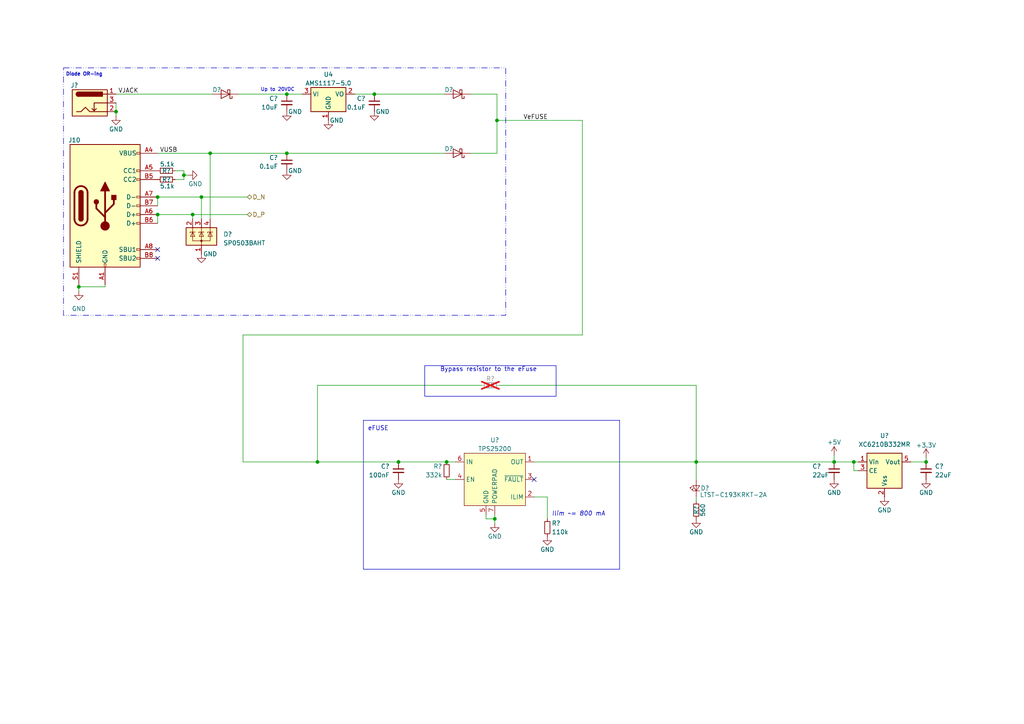
<source format=kicad_sch>
(kicad_sch (version 20230121) (generator eeschema)

  (uuid 477b3ce0-9ce8-418d-b69a-893dde27d350)

  (paper "A4")

  (title_block
    (title "Data Logger + PIC18F4550")
    (date "2023-11-15")
    (rev "0")
  )

  (lib_symbols
    (symbol "+Phygitall:Barrel_Jack_Switch_CUI_PJ-102AH" (pin_names hide) (in_bom yes) (on_board yes)
      (property "Reference" "J" (at 0 5.334 0)
        (effects (font (size 1.27 1.27)))
      )
      (property "Value" "Barrel_Jack_Switch_CUI_PJ-102AH" (at 0 -5.08 0)
        (effects (font (size 1.27 1.27)))
      )
      (property "Footprint" "+Phygitall:BarrelJack_CUI_PJ-102AH_Horizontal" (at 0 -7.62 0)
        (effects (font (size 1.27 1.27)) hide)
      )
      (property "Datasheet" "https://www.cuidevices.com/product/resource/pj-102ah.pdf" (at 1.27 -1.016 0)
        (effects (font (size 1.27 1.27)) hide)
      )
      (property "Description" "DC Power Jack with an internal switch" (at 0 -10.16 0)
        (effects (font (size 1.27 1.27)) hide)
      )
      (property "Body dimensions" "9x14.4x11mm" (at 0 -10.16 0)
        (effects (font (size 1.27 1.27)) hide)
      )
      (property "Manufacturer" "CUI Devices" (at 0 -10.16 0)
        (effects (font (size 1.27 1.27)) hide)
      )
      (property "Manufacturer P/N" "PJ-102AH" (at 0 -10.16 0)
        (effects (font (size 1.27 1.27)) hide)
      )
      (property "Moisture sensitivity level" "1" (at 0 -10.16 0)
        (effects (font (size 1.27 1.27)) hide)
      )
      (property "Mounting type" "PTH" (at 0 -10.16 0)
        (effects (font (size 1.27 1.27)) hide)
      )
      (property "Type" "Connector (DC Barrel/Power Jack)" (at 0 -10.16 0)
        (effects (font (size 1.27 1.27)) hide)
      )
      (property "To be assembled?" "Yes" (at 0 -10.16 0)
        (effects (font (size 1.27 1.27)) hide)
      )
      (property "manf#" "PJ-102AH" (at 0 -10.16 0)
        (effects (font (size 1.27 1.27)) hide)
      )
      (property "digikey#" "CP-102AH-ND" (at 0 -10.16 0)
        (effects (font (size 1.27 1.27)) hide)
      )
      (property "mouser#" "490-PJ-102AH" (at 0 -10.16 0)
        (effects (font (size 1.27 1.27)) hide)
      )
      (property "ki_keywords" "DC power barrel jack connector" (at 0 0 0)
        (effects (font (size 1.27 1.27)) hide)
      )
      (property "ki_description" "DC Power Jack with an internal switch" (at 0 0 0)
        (effects (font (size 1.27 1.27)) hide)
      )
      (property "ki_fp_filters" "BarrelJack*" (at 0 0 0)
        (effects (font (size 1.27 1.27)) hide)
      )
      (symbol "Barrel_Jack_Switch_CUI_PJ-102AH_0_1"
        (rectangle (start -5.08 3.81) (end 5.08 -3.81)
          (stroke (width 0.254) (type default))
          (fill (type background))
        )
        (arc (start -3.302 3.175) (mid -3.9343 2.54) (end -3.302 1.905)
          (stroke (width 0.254) (type default))
          (fill (type none))
        )
        (arc (start -3.302 3.175) (mid -3.9343 2.54) (end -3.302 1.905)
          (stroke (width 0.254) (type default))
          (fill (type outline))
        )
        (polyline
          (pts
            (xy 1.27 -2.286)
            (xy 1.905 -1.651)
          )
          (stroke (width 0.254) (type default))
          (fill (type none))
        )
        (polyline
          (pts
            (xy 5.08 2.54)
            (xy 3.81 2.54)
          )
          (stroke (width 0.254) (type default))
          (fill (type none))
        )
        (polyline
          (pts
            (xy 5.08 0)
            (xy 1.27 0)
            (xy 1.27 -2.286)
            (xy 0.635 -1.651)
          )
          (stroke (width 0.254) (type default))
          (fill (type none))
        )
        (polyline
          (pts
            (xy -3.81 -2.54)
            (xy -2.54 -2.54)
            (xy -1.27 -1.27)
            (xy 0 -2.54)
            (xy 2.54 -2.54)
            (xy 5.08 -2.54)
          )
          (stroke (width 0.254) (type default))
          (fill (type none))
        )
        (rectangle (start 3.683 3.175) (end -3.302 1.905)
          (stroke (width 0.254) (type default))
          (fill (type outline))
        )
      )
      (symbol "Barrel_Jack_Switch_CUI_PJ-102AH_1_1"
        (pin passive line (at 7.62 2.54 180) (length 2.54)
          (name "~" (effects (font (size 1.27 1.27))))
          (number "1" (effects (font (size 1.27 1.27))))
        )
        (pin passive line (at 7.62 -2.54 180) (length 2.54)
          (name "~" (effects (font (size 1.27 1.27))))
          (number "2" (effects (font (size 1.27 1.27))))
        )
        (pin passive line (at 7.62 0 180) (length 2.54)
          (name "~" (effects (font (size 1.27 1.27))))
          (number "3" (effects (font (size 1.27 1.27))))
        )
      )
    )
    (symbol "+Phygitall:C_Small" (pin_numbers hide) (pin_names (offset 0.254) hide) (in_bom yes) (on_board yes)
      (property "Reference" "C" (at 0.254 1.778 0)
        (effects (font (size 1.27 1.27)) (justify left))
      )
      (property "Value" "C_Small" (at 0.254 -2.032 0)
        (effects (font (size 1.27 1.27)) (justify left))
      )
      (property "Footprint" "+Phygitall:C_0402_1005Metric" (at 0 -8.89 0)
        (effects (font (size 1.27 1.27)) hide)
      )
      (property "Datasheet" "~" (at 0 -11.43 0)
        (effects (font (size 1.27 1.27)) hide)
      )
      (property "Description" "Multilayer Ceramic Chip Capacitor <value> <tolerance> <voltage_rating> <dielectric> <package>" (at 0 0 0)
        (effects (font (size 1.27 1.27)) hide)
      )
      (property "Dielectric" "X5R or better" (at 0 -11.43 0)
        (effects (font (size 1.27 1.27)) hide)
      )
      (property "Moisture sensitivity level" "1" (at 0 -11.43 0)
        (effects (font (size 1.27 1.27)) hide)
      )
      (property "Mounting type" "SMD" (at 0 -11.43 0)
        (effects (font (size 1.27 1.27)) hide)
      )
      (property "Package" "0402_1005Metric" (at 0 -11.43 0)
        (effects (font (size 1.27 1.27)) hide)
      )
      (property "To be assembled?" "Yes" (at 0 -11.43 0)
        (effects (font (size 1.27 1.27)) hide)
      )
      (property "Tolerance" "less than or equal to ±10%" (at 0 -11.43 0)
        (effects (font (size 1.27 1.27)) hide)
      )
      (property "Type" "Multilayer Ceramic Chip Capacitor" (at 0 -11.43 0)
        (effects (font (size 1.27 1.27)) hide)
      )
      (property "Voltage rating" "greater than or equal to 16V" (at 0 -11.43 0)
        (effects (font (size 1.27 1.27)) hide)
      )
      (property "ki_keywords" "capacitor cap" (at 0 0 0)
        (effects (font (size 1.27 1.27)) hide)
      )
      (property "ki_description" "Unpolarized capacitor, small symbol" (at 0 0 0)
        (effects (font (size 1.27 1.27)) hide)
      )
      (property "ki_fp_filters" "C_*" (at 0 0 0)
        (effects (font (size 1.27 1.27)) hide)
      )
      (symbol "C_Small_0_1"
        (polyline
          (pts
            (xy -1.524 -0.508)
            (xy 1.524 -0.508)
          )
          (stroke (width 0.3302) (type default))
          (fill (type none))
        )
        (polyline
          (pts
            (xy -1.524 0.508)
            (xy 1.524 0.508)
          )
          (stroke (width 0.3048) (type default))
          (fill (type none))
        )
      )
      (symbol "C_Small_1_1"
        (pin passive line (at 0 2.54 270) (length 2.032)
          (name "~" (effects (font (size 1.27 1.27))))
          (number "1" (effects (font (size 1.27 1.27))))
        )
        (pin passive line (at 0 -2.54 90) (length 2.032)
          (name "~" (effects (font (size 1.27 1.27))))
          (number "2" (effects (font (size 1.27 1.27))))
        )
      )
    )
    (symbol "+Phygitall:DSK24_K24" (pin_numbers hide) (pin_names (offset 1.016) hide) (in_bom yes) (on_board yes)
      (property "Reference" "D" (at 0 2.54 0)
        (effects (font (size 1.27 1.27)))
      )
      (property "Value" "DSK24_K24" (at 0 -2.54 0)
        (effects (font (size 1.27 1.27)))
      )
      (property "Footprint" "+Phygitall:Microdiode_SOD-123FL" (at 0 -5.08 0)
        (effects (font (size 1.27 1.27)) hide)
      )
      (property "Datasheet" "https://datasheet.lcsc.com/szlcsc/1811051603_MDD-Microdiode-Electronics-DSK24-K24_C64890.pdf" (at 0 -7.62 0)
        (effects (font (size 1.27 1.27)) hide)
      )
      (property "Description" "Schottky Barrier Diodes 40V 2A 550mV@2A SOD-123FL" (at 0 -7.62 0)
        (effects (font (size 1.27 1.27)) hide)
      )
      (property "Body dimensions" "2.8x1.8x1.3mm" (at 0 -7.62 0)
        (effects (font (size 1.27 1.27)) hide)
      )
      (property "Manufacturer" "MDD (Microdiode Electronics)" (at 0 -7.62 0)
        (effects (font (size 1.27 1.27)) hide)
      )
      (property "Manufacturer P/N" "DSK24 K24" (at 0 -7.62 0)
        (effects (font (size 1.27 1.27)) hide)
      )
      (property "Moisture sensitivity level" "1" (at 0 -7.62 0)
        (effects (font (size 1.27 1.27)) hide)
      )
      (property "Mounting type" "SMD" (at 0 -7.62 0)
        (effects (font (size 1.27 1.27)) hide)
      )
      (property "Type" "Schottky barrier diode" (at 0 -7.62 0)
        (effects (font (size 1.27 1.27)) hide)
      )
      (property "Package" "SOD-123FL" (at 0 -7.62 0)
        (effects (font (size 1.27 1.27)) hide)
      )
      (property "To be assembled?" "Yes" (at 0 -7.62 0)
        (effects (font (size 1.27 1.27)) hide)
      )
      (property "manf#" "DSK24 K24" (at 0 -7.62 0)
        (effects (font (size 1.27 1.27)) hide)
      )
      (property "lcsc#" "C64890" (at 0 -7.62 0)
        (effects (font (size 1.27 1.27)) hide)
      )
      (property "Maximum average forward rectified current" "2A" (at 0 -7.62 0)
        (effects (font (size 1.27 1.27)) hide)
      )
      (property "Reverse current" "500uA (max.)@40V@25ºC; 10mA (max.)@40V@100ºC" (at 0 -7.62 0)
        (effects (font (size 1.27 1.27)) hide)
      )
      (property "Maximum forward current, surge peak" "40A" (at 0 -7.62 0)
        (effects (font (size 1.27 1.27)) hide)
      )
      (property "Maximum reverse voltage" "40V" (at 0 -7.62 0)
        (effects (font (size 1.27 1.27)) hide)
      )
      (property "ki_keywords" "diode Schottky" (at 0 0 0)
        (effects (font (size 1.27 1.27)) hide)
      )
      (property "ki_description" "Schottky Barrier Diodes 40V 2A 550mV@2A SOD-123FL" (at 0 0 0)
        (effects (font (size 1.27 1.27)) hide)
      )
      (property "ki_fp_filters" "TO-???* *_Diode_* *SingleDiode* D_*" (at 0 0 0)
        (effects (font (size 1.27 1.27)) hide)
      )
      (symbol "DSK24_K24_0_1"
        (polyline
          (pts
            (xy 1.27 0)
            (xy -1.27 0)
          )
          (stroke (width 0) (type default))
          (fill (type none))
        )
        (polyline
          (pts
            (xy 1.27 1.27)
            (xy 1.27 -1.27)
            (xy -1.27 0)
            (xy 1.27 1.27)
          )
          (stroke (width 0.2032) (type default))
          (fill (type none))
        )
        (polyline
          (pts
            (xy -1.905 0.635)
            (xy -1.905 1.27)
            (xy -1.27 1.27)
            (xy -1.27 -1.27)
            (xy -0.635 -1.27)
            (xy -0.635 -0.635)
          )
          (stroke (width 0.2032) (type default))
          (fill (type none))
        )
      )
      (symbol "DSK24_K24_1_1"
        (pin passive line (at -3.81 0 0) (length 2.54)
          (name "K" (effects (font (size 1.27 1.27))))
          (number "1" (effects (font (size 1.27 1.27))))
        )
        (pin passive line (at 3.81 0 180) (length 2.54)
          (name "A" (effects (font (size 1.27 1.27))))
          (number "2" (effects (font (size 1.27 1.27))))
        )
      )
    )
    (symbol "+Phygitall:LED_Small" (pin_numbers hide) (pin_names (offset 0.254) hide) (in_bom yes) (on_board yes)
      (property "Reference" "D" (at -1.27 3.175 0)
        (effects (font (size 1.27 1.27)) (justify left))
      )
      (property "Value" "LED_Small" (at -4.445 -2.54 0)
        (effects (font (size 1.27 1.27)) (justify left))
      )
      (property "Footprint" "+Phygitall:LED_0402_1005Metric" (at 0 -5.08 0)
        (effects (font (size 1.27 1.27)) hide)
      )
      (property "Datasheet" "~" (at 0 -7.62 90)
        (effects (font (size 1.27 1.27)) hide)
      )
      (property "Description" "LED (<color>) 0402_1005Metric" (at 0 -7.62 0)
        (effects (font (size 1.27 1.27)) hide)
      )
      (property "Moisture sensitivity level" "1" (at 0 -7.62 0)
        (effects (font (size 1.27 1.27)) hide)
      )
      (property "Mounting type" "SMD" (at 0 -7.62 0)
        (effects (font (size 1.27 1.27)) hide)
      )
      (property "Type" "LED" (at 0 -7.62 0)
        (effects (font (size 1.27 1.27)) hide)
      )
      (property "Package" "0402_1005Metric" (at 0 -7.62 0)
        (effects (font (size 1.27 1.27)) hide)
      )
      (property "To be assembled?" "Yes" (at 0 -7.62 0)
        (effects (font (size 1.27 1.27)) hide)
      )
      (property "ki_keywords" "LED diode light-emitting-diode" (at 0 0 0)
        (effects (font (size 1.27 1.27)) hide)
      )
      (property "ki_description" "Light emitting diode, small symbol" (at 0 0 0)
        (effects (font (size 1.27 1.27)) hide)
      )
      (property "ki_fp_filters" "LED* LED_SMD:* LED_THT:*" (at 0 0 0)
        (effects (font (size 1.27 1.27)) hide)
      )
      (symbol "LED_Small_0_1"
        (polyline
          (pts
            (xy -0.762 -1.016)
            (xy -0.762 1.016)
          )
          (stroke (width 0) (type default))
          (fill (type none))
        )
        (polyline
          (pts
            (xy 1.016 0)
            (xy -0.762 0)
          )
          (stroke (width 0) (type default))
          (fill (type none))
        )
        (polyline
          (pts
            (xy 0.762 -1.016)
            (xy -0.762 0)
            (xy 0.762 1.016)
            (xy 0.762 -1.016)
          )
          (stroke (width 0) (type default))
          (fill (type none))
        )
        (polyline
          (pts
            (xy 0 0.762)
            (xy -0.508 1.27)
            (xy -0.254 1.27)
            (xy -0.508 1.27)
            (xy -0.508 1.016)
          )
          (stroke (width 0) (type default))
          (fill (type none))
        )
        (polyline
          (pts
            (xy 0.508 1.27)
            (xy 0 1.778)
            (xy 0.254 1.778)
            (xy 0 1.778)
            (xy 0 1.524)
          )
          (stroke (width 0) (type default))
          (fill (type none))
        )
      )
      (symbol "LED_Small_1_1"
        (pin passive line (at -2.54 0 0) (length 1.778)
          (name "K" (effects (font (size 1.27 1.27))))
          (number "1" (effects (font (size 1.27 1.27))))
        )
        (pin passive line (at 2.54 0 180) (length 1.778)
          (name "A" (effects (font (size 1.27 1.27))))
          (number "2" (effects (font (size 1.27 1.27))))
        )
      )
    )
    (symbol "+Phygitall:R_Small" (pin_numbers hide) (pin_names (offset 0.254) hide) (in_bom yes) (on_board yes)
      (property "Reference" "R" (at 0.762 0.508 0)
        (effects (font (size 1.27 1.27)) (justify left))
      )
      (property "Value" "R_Small" (at 0.762 -1.016 0)
        (effects (font (size 1.27 1.27)) (justify left))
      )
      (property "Footprint" "+Phygitall:R_0402_1005Metric" (at 0 -8.89 0)
        (effects (font (size 1.27 1.27)) hide)
      )
      (property "Datasheet" "~" (at 0 -11.43 0)
        (effects (font (size 1.27 1.27)) hide)
      )
      (property "Description" "Chip Resistor <value> <tolerance> <power_rating> <temp._coeff.> <package>" (at 0 -11.43 0)
        (effects (font (size 1.27 1.27)) hide)
      )
      (property "Moisture sensitivity level" "1" (at 0 -11.43 0)
        (effects (font (size 1.27 1.27)) hide)
      )
      (property "Mounting type" "SMD" (at 0 -11.43 0)
        (effects (font (size 1.27 1.27)) hide)
      )
      (property "Package" "0402_1005Metric" (at 0 -11.43 0)
        (effects (font (size 1.27 1.27)) hide)
      )
      (property "Power rating" "greater than or equal to 1/16W" (at 0 -11.43 0)
        (effects (font (size 1.27 1.27)) hide)
      )
      (property "Temperature coefficient" "less than or equal to ±100ppm/ºC" (at 0 -11.43 0)
        (effects (font (size 1.27 1.27)) hide)
      )
      (property "To be assembled?" "Yes" (at 0 -11.43 0)
        (effects (font (size 1.27 1.27)) hide)
      )
      (property "Tolerance" "less than or equal to ±5%" (at 0 -11.43 0)
        (effects (font (size 1.27 1.27)) hide)
      )
      (property "Type" "Chip resistor" (at 0 -11.43 0)
        (effects (font (size 1.27 1.27)) hide)
      )
      (property "ki_keywords" "R resistor" (at 0 0 0)
        (effects (font (size 1.27 1.27)) hide)
      )
      (property "ki_description" "Resistor, small symbol" (at 0 0 0)
        (effects (font (size 1.27 1.27)) hide)
      )
      (property "ki_fp_filters" "R_*" (at 0 0 0)
        (effects (font (size 1.27 1.27)) hide)
      )
      (symbol "R_Small_0_1"
        (rectangle (start -0.762 1.778) (end 0.762 -1.778)
          (stroke (width 0.2032) (type default))
          (fill (type none))
        )
      )
      (symbol "R_Small_1_1"
        (pin passive line (at 0 2.54 270) (length 0.762)
          (name "~" (effects (font (size 1.27 1.27))))
          (number "1" (effects (font (size 1.27 1.27))))
        )
        (pin passive line (at 0 -2.54 90) (length 0.762)
          (name "~" (effects (font (size 1.27 1.27))))
          (number "2" (effects (font (size 1.27 1.27))))
        )
      )
    )
    (symbol "+Phygitall:TPS25200" (in_bom yes) (on_board yes)
      (property "Reference" "U" (at 0 11.43 0)
        (effects (font (size 1.27 1.27)))
      )
      (property "Value" "TPS25200" (at 0 8.89 0)
        (effects (font (size 1.27 1.27)))
      )
      (property "Footprint" "+Phygitall:Texas_DRV0006A_WSON-6-1EP_2x2mm_P0.65mm_EP1x1.6mm_ThermalVias" (at 0 -12.7 0)
        (effects (font (size 1.27 1.27)) hide)
      )
      (property "Datasheet" "https://www.ti.com/lit/ds/symlink/tps25200.pdf" (at 0 -15.24 0)
        (effects (font (size 1.27 1.27)) hide)
      )
      (property "Description" "2.5-V to 6.5-V, 60mΩ, 0.085-2.9A eFuse with reverse current blocking, 6-WSON" (at 0 -15.24 0)
        (effects (font (size 1.27 1.27)) hide)
      )
      (property "Body dimensions" "2.0x2.0x0.75mm" (at 0 -15.24 0)
        (effects (font (size 1.27 1.27)) hide)
      )
      (property "Manufacturer" "Texas Instruments" (at 0 -15.24 0)
        (effects (font (size 1.27 1.27)) hide)
      )
      (property "Manufacturer P/N" "TPS25200DRVR" (at 0 -15.24 0)
        (effects (font (size 1.27 1.27)) hide)
      )
      (property "Moisture sensitivity level" "2" (at 0 -15.24 0)
        (effects (font (size 1.27 1.27)) hide)
      )
      (property "Mounting type" "SMD" (at 0 -15.24 0)
        (effects (font (size 1.27 1.27)) hide)
      )
      (property "Type" "PMIC (eFuse)" (at 0 -15.24 0)
        (effects (font (size 1.27 1.27)) hide)
      )
      (property "Package" "6-WSON" (at 0 -15.24 0)
        (effects (font (size 1.27 1.27)) hide)
      )
      (property "To be assembled?" "Yes" (at 0 -15.24 0)
        (effects (font (size 1.27 1.27)) hide)
      )
      (property "manf#" "TPS25200DRVR" (at 0 -15.24 0)
        (effects (font (size 1.27 1.27)) hide)
      )
      (property "digikey#" "296-37842-1-ND" (at 0 -15.24 0)
        (effects (font (size 1.27 1.27)) hide)
      )
      (property "mouser#" "595-TPS25200DRVR" (at 0 -15.24 0)
        (effects (font (size 1.27 1.27)) hide)
      )
      (property "lcsc#" "C128401" (at 0 -15.24 0)
        (effects (font (size 1.27 1.27)) hide)
      )
      (property "ki_keywords" "efuse current limit overvoltage clamp reverse current blocking" (at 0 0 0)
        (effects (font (size 1.27 1.27)) hide)
      )
      (property "ki_description" "2.5-V to 6.5-V, 60mΩ, 0.085-2.9A eFuse with reverse current blocking, 6-WSON" (at 0 0 0)
        (effects (font (size 1.27 1.27)) hide)
      )
      (symbol "TPS25200_0_0"
        (pin power_out line (at 11.43 5.08 180) (length 2.54)
          (name "OUT" (effects (font (size 1.27 1.27))))
          (number "1" (effects (font (size 1.27 1.27))))
        )
        (pin passive line (at 11.43 -5.08 180) (length 2.54)
          (name "ILIM" (effects (font (size 1.27 1.27))))
          (number "2" (effects (font (size 1.27 1.27))))
        )
        (pin open_collector line (at 11.43 0 180) (length 2.54)
          (name "~{FAULT}" (effects (font (size 1.27 1.27))))
          (number "3" (effects (font (size 1.27 1.27))))
        )
        (pin input line (at -11.43 0 0) (length 2.54)
          (name "EN" (effects (font (size 1.27 1.27))))
          (number "4" (effects (font (size 1.27 1.27))))
        )
        (pin power_in line (at -2.54 -10.16 90) (length 2.54)
          (name "GND" (effects (font (size 1.27 1.27))))
          (number "5" (effects (font (size 1.27 1.27))))
        )
        (pin power_in line (at -11.43 5.08 0) (length 2.54)
          (name "IN" (effects (font (size 1.27 1.27))))
          (number "6" (effects (font (size 1.27 1.27))))
        )
        (pin power_in line (at 0 -10.16 90) (length 2.54)
          (name "POWERPAD" (effects (font (size 1.27 1.27))))
          (number "7" (effects (font (size 1.27 1.27))))
        )
      )
      (symbol "TPS25200_0_1"
        (rectangle (start -8.89 7.62) (end 8.89 -7.62)
          (stroke (width 0) (type default))
          (fill (type background))
        )
      )
    )
    (symbol "+Phygitall:USB_C_Receptacle" (pin_names (offset 1.016)) (in_bom yes) (on_board yes)
      (property "Reference" "J" (at -10.16 19.05 0)
        (effects (font (size 1.27 1.27)) (justify left))
      )
      (property "Value" "USB_C_Receptacle" (at 19.05 19.05 0)
        (effects (font (size 1.27 1.27)) (justify right))
      )
      (property "Footprint" "+Phygitall:USB_C_Receptacle_GCT_USB4105-xx-A_16P_TopMnt_Horizontal" (at 0 -33.02 0)
        (effects (font (size 1.27 1.27)) hide)
      )
      (property "Datasheet" "https://datasheet.lcsc.com/lcsc/2009111434_Shenzhen-Kinghelm-Elec-KH-TYPE-C-16P_C709357.pdf" (at 0 -35.56 0)
        (effects (font (size 1.27 1.27)) hide)
      )
      (property "Description" "USB Type-C Receptacle connector" (at 0 -35.56 0)
        (effects (font (size 1.27 1.27)) hide)
      )
      (property "Body dimensions" "" (at 0 -35.56 0)
        (effects (font (size 1.27 1.27)) hide)
      )
      (property "Manufacturer" "Shenzhen Kinghelm Elec" (at 0 -35.56 0)
        (effects (font (size 1.27 1.27)) hide)
      )
      (property "Manufacturer P/N" "KH-TYPE-C-16P" (at 0 -35.56 0)
        (effects (font (size 1.27 1.27)) hide)
      )
      (property "Mounting type" "SMD" (at 0 -35.56 0)
        (effects (font (size 1.27 1.27)) hide)
      )
      (property "Type" "Receptacle (USB type-C)" (at 0 -35.56 0)
        (effects (font (size 1.27 1.27)) hide)
      )
      (property "To be assembled?" "Yes" (at 0 -35.56 0)
        (effects (font (size 1.27 1.27)) hide)
      )
      (property "manf#" "KH-TYPE-C-16P" (at 0 -35.56 0)
        (effects (font (size 1.27 1.27)) hide)
      )
      (property "lcsc#" "C709357" (at 0 -35.56 0)
        (effects (font (size 1.27 1.27)) hide)
      )
      (property "ki_keywords" "usb type-C usb_c" (at 0 0 0)
        (effects (font (size 1.27 1.27)) hide)
      )
      (property "ki_description" "Surface Mount 16P Female USB Type-C Receptacle connector" (at 0 0 0)
        (effects (font (size 1.27 1.27)) hide)
      )
      (property "ki_fp_filters" "USB*C*Receptacle*" (at 0 0 0)
        (effects (font (size 1.27 1.27)) hide)
      )
      (symbol "USB_C_Receptacle_0_0"
        (rectangle (start -0.254 -17.78) (end 0.254 -16.764)
          (stroke (width 0) (type default))
          (fill (type none))
        )
        (rectangle (start 10.16 -14.986) (end 9.144 -15.494)
          (stroke (width 0) (type default))
          (fill (type none))
        )
        (rectangle (start 10.16 -12.446) (end 9.144 -12.954)
          (stroke (width 0) (type default))
          (fill (type none))
        )
        (rectangle (start 10.16 -4.826) (end 9.144 -5.334)
          (stroke (width 0) (type default))
          (fill (type none))
        )
        (rectangle (start 10.16 -2.286) (end 9.144 -2.794)
          (stroke (width 0) (type default))
          (fill (type none))
        )
        (rectangle (start 10.16 0.254) (end 9.144 -0.254)
          (stroke (width 0) (type default))
          (fill (type none))
        )
        (rectangle (start 10.16 2.794) (end 9.144 2.286)
          (stroke (width 0) (type default))
          (fill (type none))
        )
        (rectangle (start 10.16 7.874) (end 9.144 7.366)
          (stroke (width 0) (type default))
          (fill (type none))
        )
        (rectangle (start 10.16 10.414) (end 9.144 9.906)
          (stroke (width 0) (type default))
          (fill (type none))
        )
        (rectangle (start 10.16 15.494) (end 9.144 14.986)
          (stroke (width 0) (type default))
          (fill (type none))
        )
      )
      (symbol "USB_C_Receptacle_0_1"
        (rectangle (start -10.16 17.78) (end 10.16 -17.78)
          (stroke (width 0.254) (type default))
          (fill (type background))
        )
        (arc (start -8.89 -3.81) (mid -6.985 -5.7067) (end -5.08 -3.81)
          (stroke (width 0.508) (type default))
          (fill (type none))
        )
        (arc (start -7.62 -3.81) (mid -6.985 -4.4423) (end -6.35 -3.81)
          (stroke (width 0.254) (type default))
          (fill (type none))
        )
        (arc (start -7.62 -3.81) (mid -6.985 -4.4423) (end -6.35 -3.81)
          (stroke (width 0.254) (type default))
          (fill (type outline))
        )
        (rectangle (start -7.62 -3.81) (end -6.35 3.81)
          (stroke (width 0.254) (type default))
          (fill (type outline))
        )
        (arc (start -6.35 3.81) (mid -6.985 4.4423) (end -7.62 3.81)
          (stroke (width 0.254) (type default))
          (fill (type none))
        )
        (arc (start -6.35 3.81) (mid -6.985 4.4423) (end -7.62 3.81)
          (stroke (width 0.254) (type default))
          (fill (type outline))
        )
        (arc (start -5.08 3.81) (mid -6.985 5.7067) (end -8.89 3.81)
          (stroke (width 0.508) (type default))
          (fill (type none))
        )
        (circle (center -2.54 1.143) (radius 0.635)
          (stroke (width 0.254) (type default))
          (fill (type outline))
        )
        (circle (center 0 -5.842) (radius 1.27)
          (stroke (width 0) (type default))
          (fill (type outline))
        )
        (polyline
          (pts
            (xy -8.89 -3.81)
            (xy -8.89 3.81)
          )
          (stroke (width 0.508) (type default))
          (fill (type none))
        )
        (polyline
          (pts
            (xy -5.08 3.81)
            (xy -5.08 -3.81)
          )
          (stroke (width 0.508) (type default))
          (fill (type none))
        )
        (polyline
          (pts
            (xy 0 -5.842)
            (xy 0 4.318)
          )
          (stroke (width 0.508) (type default))
          (fill (type none))
        )
        (polyline
          (pts
            (xy 0 -3.302)
            (xy -2.54 -0.762)
            (xy -2.54 0.508)
          )
          (stroke (width 0.508) (type default))
          (fill (type none))
        )
        (polyline
          (pts
            (xy 0 -2.032)
            (xy 2.54 0.508)
            (xy 2.54 1.778)
          )
          (stroke (width 0.508) (type default))
          (fill (type none))
        )
        (polyline
          (pts
            (xy -1.27 4.318)
            (xy 0 6.858)
            (xy 1.27 4.318)
            (xy -1.27 4.318)
          )
          (stroke (width 0.254) (type default))
          (fill (type outline))
        )
        (rectangle (start 1.905 1.778) (end 3.175 3.048)
          (stroke (width 0.254) (type default))
          (fill (type outline))
        )
      )
      (symbol "USB_C_Receptacle_1_1"
        (pin power_in line (at 0 -22.86 90) (length 5.08)
          (name "GND" (effects (font (size 1.27 1.27))))
          (number "A1" (effects (font (size 1.27 1.27))))
        )
        (pin passive line (at 0 -22.86 90) (length 5.08) hide
          (name "GND" (effects (font (size 1.27 1.27))))
          (number "A12" (effects (font (size 1.27 1.27))))
        )
        (pin power_in line (at 15.24 15.24 180) (length 5.08)
          (name "VBUS" (effects (font (size 1.27 1.27))))
          (number "A4" (effects (font (size 1.27 1.27))))
        )
        (pin bidirectional line (at 15.24 10.16 180) (length 5.08)
          (name "CC1" (effects (font (size 1.27 1.27))))
          (number "A5" (effects (font (size 1.27 1.27))))
        )
        (pin bidirectional line (at 15.24 -2.54 180) (length 5.08)
          (name "D+" (effects (font (size 1.27 1.27))))
          (number "A6" (effects (font (size 1.27 1.27))))
        )
        (pin bidirectional line (at 15.24 2.54 180) (length 5.08)
          (name "D-" (effects (font (size 1.27 1.27))))
          (number "A7" (effects (font (size 1.27 1.27))))
        )
        (pin bidirectional line (at 15.24 -12.7 180) (length 5.08)
          (name "SBU1" (effects (font (size 1.27 1.27))))
          (number "A8" (effects (font (size 1.27 1.27))))
        )
        (pin passive line (at 15.24 15.24 180) (length 5.08) hide
          (name "VBUS" (effects (font (size 1.27 1.27))))
          (number "A9" (effects (font (size 1.27 1.27))))
        )
        (pin passive line (at 0 -22.86 90) (length 5.08) hide
          (name "GND" (effects (font (size 1.27 1.27))))
          (number "B1" (effects (font (size 1.27 1.27))))
        )
        (pin passive line (at 0 -22.86 90) (length 5.08) hide
          (name "GND" (effects (font (size 1.27 1.27))))
          (number "B12" (effects (font (size 1.27 1.27))))
        )
        (pin passive line (at 15.24 15.24 180) (length 5.08) hide
          (name "VBUS" (effects (font (size 1.27 1.27))))
          (number "B4" (effects (font (size 1.27 1.27))))
        )
        (pin bidirectional line (at 15.24 7.62 180) (length 5.08)
          (name "CC2" (effects (font (size 1.27 1.27))))
          (number "B5" (effects (font (size 1.27 1.27))))
        )
        (pin bidirectional line (at 15.24 -5.08 180) (length 5.08)
          (name "D+" (effects (font (size 1.27 1.27))))
          (number "B6" (effects (font (size 1.27 1.27))))
        )
        (pin bidirectional line (at 15.24 0 180) (length 5.08)
          (name "D-" (effects (font (size 1.27 1.27))))
          (number "B7" (effects (font (size 1.27 1.27))))
        )
        (pin bidirectional line (at 15.24 -15.24 180) (length 5.08)
          (name "SBU2" (effects (font (size 1.27 1.27))))
          (number "B8" (effects (font (size 1.27 1.27))))
        )
        (pin passive line (at 15.24 15.24 180) (length 5.08) hide
          (name "VBUS" (effects (font (size 1.27 1.27))))
          (number "B9" (effects (font (size 1.27 1.27))))
        )
        (pin passive line (at -7.62 -22.86 90) (length 5.08)
          (name "SHIELD" (effects (font (size 1.27 1.27))))
          (number "S1" (effects (font (size 1.27 1.27))))
        )
      )
    )
    (symbol "+Phygitall:XC6210B332MR" (in_bom yes) (on_board yes)
      (property "Reference" "U" (at 0 8.89 0)
        (effects (font (size 1.27 1.27)))
      )
      (property "Value" "XC6210B332MR" (at 0 6.35 0)
        (effects (font (size 1.27 1.27)))
      )
      (property "Footprint" "+Phygitall:Torex_SOT-25" (at 0 -17.78 0)
        (effects (font (size 1.27 1.27)) hide)
      )
      (property "Datasheet" "https://www.torexsemi.com/file/xc6210/XC6210.pdf" (at 0 -19.05 0)
        (effects (font (size 1.27 1.27)) hide)
      )
      (property "Description" "Fixed 6.5V 3.3V 900mA SOT-25 Low Dropout Regulator (LDO)" (at 0 -20.32 0)
        (effects (font (size 1.27 1.27)) hide)
      )
      (property "Body dimensions" "1.6x2.9x1.1mm" (at 0 -20.32 0)
        (effects (font (size 1.27 1.27)) hide)
      )
      (property "Manufacturer" "Torex" (at 0 -20.32 0)
        (effects (font (size 1.27 1.27)) hide)
      )
      (property "Manufacturer P/N" "XC6210B332MR" (at 0 -20.32 0)
        (effects (font (size 1.27 1.27)) hide)
      )
      (property "Moisture sensitivity level" "1" (at 0 -20.32 0)
        (effects (font (size 1.27 1.27)) hide)
      )
      (property "Mounting type" "SMD" (at 0 -20.32 0)
        (effects (font (size 1.27 1.27)) hide)
      )
      (property "Type" "low drouput regulator (LDO)" (at 0 -20.32 0)
        (effects (font (size 1.27 1.27)) hide)
      )
      (property "Package" "SOT-25" (at 0 -20.32 0)
        (effects (font (size 1.27 1.27)) hide)
      )
      (property "To be assembled?" "Yes" (at 0 -20.32 0)
        (effects (font (size 1.27 1.27)) hide)
      )
      (property "manf#" "XC6210B332MR-G" (at 0 -20.32 0)
        (effects (font (size 1.27 1.27)) hide)
      )
      (property "digikey#" "893-1075-1-ND" (at 0 -20.32 0)
        (effects (font (size 1.27 1.27)) hide)
      )
      (property "farnell#" "1057803" (at 0 -20.32 0)
        (effects (font (size 1.27 1.27)) hide)
      )
      (property "lcsc#" "C47719" (at 0 -20.32 0)
        (effects (font (size 1.27 1.27)) hide)
      )
      (property "mouser#" "865-XC6210B332MR-G" (at 0 -20.32 0)
        (effects (font (size 1.27 1.27)) hide)
      )
      (property "newark#" "93K1442" (at 0 -20.32 0)
        (effects (font (size 1.27 1.27)) hide)
      )
      (property "tme#" "XC6210B332MR" (at 0 -20.32 0)
        (effects (font (size 1.27 1.27)) hide)
      )
      (property "ki_keywords" "LDO" (at 0 0 0)
        (effects (font (size 1.27 1.27)) hide)
      )
      (property "ki_description" "Fixed 6.5V 3.3V 900mA SOT-25 Low Dropout Regulator (LDO)" (at 0 0 0)
        (effects (font (size 1.27 1.27)) hide)
      )
      (property "ki_fp_filters" "SOT?23*" (at 0 0 0)
        (effects (font (size 1.27 1.27)) hide)
      )
      (symbol "XC6210B332MR_0_0"
        (pin no_connect line (at 5.08 0 180) (length 2.54) hide
          (name "NC" (effects (font (size 1.27 1.27))))
          (number "4" (effects (font (size 1.27 1.27))))
        )
      )
      (symbol "XC6210B332MR_0_1"
        (rectangle (start 5.08 -5.08) (end -5.08 5.08)
          (stroke (width 0.254) (type default))
          (fill (type background))
        )
      )
      (symbol "XC6210B332MR_1_1"
        (pin power_in line (at -7.62 2.54 0) (length 2.54)
          (name "Vin" (effects (font (size 1.27 1.27))))
          (number "1" (effects (font (size 1.27 1.27))))
        )
        (pin power_in line (at 0 -7.62 90) (length 2.54)
          (name "Vss" (effects (font (size 1.27 1.27))))
          (number "2" (effects (font (size 1.27 1.27))))
        )
        (pin input line (at -7.62 0 0) (length 2.54)
          (name "CE" (effects (font (size 1.27 1.27))))
          (number "3" (effects (font (size 1.27 1.27))))
        )
        (pin power_out line (at 7.62 2.54 180) (length 2.54)
          (name "Vout" (effects (font (size 1.27 1.27))))
          (number "5" (effects (font (size 1.27 1.27))))
        )
      )
    )
    (symbol "GND_1" (power) (pin_names (offset 0)) (in_bom yes) (on_board yes)
      (property "Reference" "#PWR" (at 0 -6.35 0)
        (effects (font (size 1.27 1.27)) hide)
      )
      (property "Value" "GND_1" (at 0 -3.81 0)
        (effects (font (size 1.27 1.27)))
      )
      (property "Footprint" "" (at 0 0 0)
        (effects (font (size 1.27 1.27)) hide)
      )
      (property "Datasheet" "" (at 0 0 0)
        (effects (font (size 1.27 1.27)) hide)
      )
      (property "ki_keywords" "global power" (at 0 0 0)
        (effects (font (size 1.27 1.27)) hide)
      )
      (property "ki_description" "Power symbol creates a global label with name \"GND\" , ground" (at 0 0 0)
        (effects (font (size 1.27 1.27)) hide)
      )
      (symbol "GND_1_0_1"
        (polyline
          (pts
            (xy 0 0)
            (xy 0 -1.27)
            (xy 1.27 -1.27)
            (xy 0 -2.54)
            (xy -1.27 -1.27)
            (xy 0 -1.27)
          )
          (stroke (width 0) (type default))
          (fill (type none))
        )
      )
      (symbol "GND_1_1_1"
        (pin power_in line (at 0 0 270) (length 0) hide
          (name "GND" (effects (font (size 1.27 1.27))))
          (number "1" (effects (font (size 1.27 1.27))))
        )
      )
    )
    (symbol "Power_Protection:SP0503BAHT" (pin_names hide) (in_bom yes) (on_board yes)
      (property "Reference" "D" (at 5.715 2.54 0)
        (effects (font (size 1.27 1.27)) (justify left))
      )
      (property "Value" "SP0503BAHT" (at 5.715 0.635 0)
        (effects (font (size 1.27 1.27)) (justify left))
      )
      (property "Footprint" "Package_TO_SOT_SMD:SOT-143" (at 5.715 -1.27 0)
        (effects (font (size 1.27 1.27)) (justify left) hide)
      )
      (property "Datasheet" "http://www.littelfuse.com/~/media/files/littelfuse/technical%20resources/documents/data%20sheets/sp05xxba.pdf" (at 3.175 3.175 0)
        (effects (font (size 1.27 1.27)) hide)
      )
      (property "ki_keywords" "usb esd protection suppression transient" (at 0 0 0)
        (effects (font (size 1.27 1.27)) hide)
      )
      (property "ki_description" "TVS Diode Array, 5.5V Standoff, 3 Channels, SOT-143 package" (at 0 0 0)
        (effects (font (size 1.27 1.27)) hide)
      )
      (property "ki_fp_filters" "SOT?143*" (at 0 0 0)
        (effects (font (size 1.27 1.27)) hide)
      )
      (symbol "SP0503BAHT_0_0"
        (pin passive line (at 0 -5.08 90) (length 2.54)
          (name "A" (effects (font (size 1.27 1.27))))
          (number "1" (effects (font (size 1.27 1.27))))
        )
      )
      (symbol "SP0503BAHT_0_1"
        (rectangle (start -4.445 2.54) (end 4.445 -2.54)
          (stroke (width 0.254) (type default))
          (fill (type background))
        )
        (circle (center 0 -1.27) (radius 0.254)
          (stroke (width 0) (type default))
          (fill (type outline))
        )
        (polyline
          (pts
            (xy -2.54 2.54)
            (xy -2.54 1.27)
          )
          (stroke (width 0) (type default))
          (fill (type none))
        )
        (polyline
          (pts
            (xy 0 -1.27)
            (xy 0 -2.54)
          )
          (stroke (width 0) (type default))
          (fill (type none))
        )
        (polyline
          (pts
            (xy 0 -1.27)
            (xy 0 1.27)
          )
          (stroke (width 0) (type default))
          (fill (type none))
        )
        (polyline
          (pts
            (xy 0 2.54)
            (xy 0 1.27)
          )
          (stroke (width 0) (type default))
          (fill (type none))
        )
        (polyline
          (pts
            (xy 0.635 1.27)
            (xy 0.762 1.27)
          )
          (stroke (width 0) (type default))
          (fill (type none))
        )
        (polyline
          (pts
            (xy 2.54 2.54)
            (xy 2.54 1.27)
          )
          (stroke (width 0) (type default))
          (fill (type none))
        )
        (polyline
          (pts
            (xy 0.635 1.27)
            (xy -0.762 1.27)
            (xy -0.762 1.016)
          )
          (stroke (width 0) (type default))
          (fill (type none))
        )
        (polyline
          (pts
            (xy -3.302 1.016)
            (xy -3.302 1.27)
            (xy -1.905 1.27)
            (xy -1.778 1.27)
          )
          (stroke (width 0) (type default))
          (fill (type none))
        )
        (polyline
          (pts
            (xy -2.54 1.27)
            (xy -2.54 -1.27)
            (xy 2.54 -1.27)
            (xy 2.54 1.27)
          )
          (stroke (width 0) (type default))
          (fill (type none))
        )
        (polyline
          (pts
            (xy -2.54 1.27)
            (xy -1.905 0)
            (xy -3.175 0)
            (xy -2.54 1.27)
          )
          (stroke (width 0) (type default))
          (fill (type none))
        )
        (polyline
          (pts
            (xy 0.635 0)
            (xy -0.635 0)
            (xy 0 1.27)
            (xy 0.635 0)
          )
          (stroke (width 0) (type default))
          (fill (type none))
        )
        (polyline
          (pts
            (xy 1.778 1.016)
            (xy 1.778 1.27)
            (xy 3.175 1.27)
            (xy 3.302 1.27)
          )
          (stroke (width 0) (type default))
          (fill (type none))
        )
        (polyline
          (pts
            (xy 2.54 1.27)
            (xy 1.905 0)
            (xy 3.175 0)
            (xy 2.54 1.27)
          )
          (stroke (width 0) (type default))
          (fill (type none))
        )
      )
      (symbol "SP0503BAHT_1_1"
        (pin passive line (at -2.54 5.08 270) (length 2.54)
          (name "K" (effects (font (size 1.27 1.27))))
          (number "2" (effects (font (size 1.27 1.27))))
        )
        (pin passive line (at 0 5.08 270) (length 2.54)
          (name "K" (effects (font (size 1.27 1.27))))
          (number "3" (effects (font (size 1.27 1.27))))
        )
        (pin passive line (at 2.54 5.08 270) (length 2.54)
          (name "K" (effects (font (size 1.27 1.27))))
          (number "4" (effects (font (size 1.27 1.27))))
        )
      )
    )
    (symbol "Regulator_Linear:AMS1117-5.0" (in_bom yes) (on_board yes)
      (property "Reference" "U" (at -3.81 3.175 0)
        (effects (font (size 1.27 1.27)))
      )
      (property "Value" "AMS1117-5.0" (at 0 3.175 0)
        (effects (font (size 1.27 1.27)) (justify left))
      )
      (property "Footprint" "Package_TO_SOT_SMD:SOT-223-3_TabPin2" (at 0 5.08 0)
        (effects (font (size 1.27 1.27)) hide)
      )
      (property "Datasheet" "http://www.advanced-monolithic.com/pdf/ds1117.pdf" (at 2.54 -6.35 0)
        (effects (font (size 1.27 1.27)) hide)
      )
      (property "ki_keywords" "linear regulator ldo fixed positive" (at 0 0 0)
        (effects (font (size 1.27 1.27)) hide)
      )
      (property "ki_description" "1A Low Dropout regulator, positive, 5.0V fixed output, SOT-223" (at 0 0 0)
        (effects (font (size 1.27 1.27)) hide)
      )
      (property "ki_fp_filters" "SOT?223*TabPin2*" (at 0 0 0)
        (effects (font (size 1.27 1.27)) hide)
      )
      (symbol "AMS1117-5.0_0_1"
        (rectangle (start -5.08 -5.08) (end 5.08 1.905)
          (stroke (width 0.254) (type default))
          (fill (type background))
        )
      )
      (symbol "AMS1117-5.0_1_1"
        (pin power_in line (at 0 -7.62 90) (length 2.54)
          (name "GND" (effects (font (size 1.27 1.27))))
          (number "1" (effects (font (size 1.27 1.27))))
        )
        (pin power_out line (at 7.62 0 180) (length 2.54)
          (name "VO" (effects (font (size 1.27 1.27))))
          (number "2" (effects (font (size 1.27 1.27))))
        )
        (pin power_in line (at -7.62 0 0) (length 2.54)
          (name "VI" (effects (font (size 1.27 1.27))))
          (number "3" (effects (font (size 1.27 1.27))))
        )
      )
    )
    (symbol "power:+3.3V" (power) (pin_names (offset 0)) (in_bom yes) (on_board yes)
      (property "Reference" "#PWR" (at 0 -3.81 0)
        (effects (font (size 1.27 1.27)) hide)
      )
      (property "Value" "+3.3V" (at 0 3.556 0)
        (effects (font (size 1.27 1.27)))
      )
      (property "Footprint" "" (at 0 0 0)
        (effects (font (size 1.27 1.27)) hide)
      )
      (property "Datasheet" "" (at 0 0 0)
        (effects (font (size 1.27 1.27)) hide)
      )
      (property "ki_keywords" "power-flag" (at 0 0 0)
        (effects (font (size 1.27 1.27)) hide)
      )
      (property "ki_description" "Power symbol creates a global label with name \"+3.3V\"" (at 0 0 0)
        (effects (font (size 1.27 1.27)) hide)
      )
      (symbol "+3.3V_0_1"
        (polyline
          (pts
            (xy -0.762 1.27)
            (xy 0 2.54)
          )
          (stroke (width 0) (type default))
          (fill (type none))
        )
        (polyline
          (pts
            (xy 0 0)
            (xy 0 2.54)
          )
          (stroke (width 0) (type default))
          (fill (type none))
        )
        (polyline
          (pts
            (xy 0 2.54)
            (xy 0.762 1.27)
          )
          (stroke (width 0) (type default))
          (fill (type none))
        )
      )
      (symbol "+3.3V_1_1"
        (pin power_in line (at 0 0 90) (length 0) hide
          (name "+3.3V" (effects (font (size 1.27 1.27))))
          (number "1" (effects (font (size 1.27 1.27))))
        )
      )
    )
    (symbol "power:+5V" (power) (pin_names (offset 0)) (in_bom yes) (on_board yes)
      (property "Reference" "#PWR" (at 0 -3.81 0)
        (effects (font (size 1.27 1.27)) hide)
      )
      (property "Value" "+5V" (at 0 3.556 0)
        (effects (font (size 1.27 1.27)))
      )
      (property "Footprint" "" (at 0 0 0)
        (effects (font (size 1.27 1.27)) hide)
      )
      (property "Datasheet" "" (at 0 0 0)
        (effects (font (size 1.27 1.27)) hide)
      )
      (property "ki_keywords" "global power" (at 0 0 0)
        (effects (font (size 1.27 1.27)) hide)
      )
      (property "ki_description" "Power symbol creates a global label with name \"+5V\"" (at 0 0 0)
        (effects (font (size 1.27 1.27)) hide)
      )
      (symbol "+5V_0_1"
        (polyline
          (pts
            (xy -0.762 1.27)
            (xy 0 2.54)
          )
          (stroke (width 0) (type default))
          (fill (type none))
        )
        (polyline
          (pts
            (xy 0 0)
            (xy 0 2.54)
          )
          (stroke (width 0) (type default))
          (fill (type none))
        )
        (polyline
          (pts
            (xy 0 2.54)
            (xy 0.762 1.27)
          )
          (stroke (width 0) (type default))
          (fill (type none))
        )
      )
      (symbol "+5V_1_1"
        (pin power_in line (at 0 0 90) (length 0) hide
          (name "+5V" (effects (font (size 1.27 1.27))))
          (number "1" (effects (font (size 1.27 1.27))))
        )
      )
    )
    (symbol "power:GND" (power) (pin_names (offset 0)) (in_bom yes) (on_board yes)
      (property "Reference" "#PWR" (at 0 -6.35 0)
        (effects (font (size 1.27 1.27)) hide)
      )
      (property "Value" "GND" (at 0 -3.81 0)
        (effects (font (size 1.27 1.27)))
      )
      (property "Footprint" "" (at 0 0 0)
        (effects (font (size 1.27 1.27)) hide)
      )
      (property "Datasheet" "" (at 0 0 0)
        (effects (font (size 1.27 1.27)) hide)
      )
      (property "ki_keywords" "power-flag" (at 0 0 0)
        (effects (font (size 1.27 1.27)) hide)
      )
      (property "ki_description" "Power symbol creates a global label with name \"GND\" , ground" (at 0 0 0)
        (effects (font (size 1.27 1.27)) hide)
      )
      (symbol "GND_0_1"
        (polyline
          (pts
            (xy 0 0)
            (xy 0 -1.27)
            (xy 1.27 -1.27)
            (xy 0 -2.54)
            (xy -1.27 -1.27)
            (xy 0 -1.27)
          )
          (stroke (width 0) (type default))
          (fill (type none))
        )
      )
      (symbol "GND_1_1"
        (pin power_in line (at 0 0 270) (length 0) hide
          (name "GND" (effects (font (size 1.27 1.27))))
          (number "1" (effects (font (size 1.27 1.27))))
        )
      )
    )
  )

  (junction (at 58.42 57.15) (diameter 0) (color 0 0 0 0)
    (uuid 0251b32a-5a77-47a8-8bd7-6f1c6d1424b7)
  )
  (junction (at 55.88 62.23) (diameter 0) (color 0 0 0 0)
    (uuid 113b10fa-d914-4fca-83ea-6262dd101680)
  )
  (junction (at 22.86 83.185) (diameter 0) (color 0 0 0 0)
    (uuid 1673469e-d6bc-4f2f-9710-915b17a98c23)
  )
  (junction (at 143.51 150.495) (diameter 0) (color 0 0 0 0)
    (uuid 209607a0-bbfe-4221-8adc-433927398703)
  )
  (junction (at 83.185 44.45) (diameter 0) (color 0 0 0 0)
    (uuid 248286c1-555e-43a9-a850-9bd1a5ac71ef)
  )
  (junction (at 108.585 27.305) (diameter 0) (color 0 0 0 0)
    (uuid 33ee3a4e-acf8-4563-af24-1059a8c545f1)
  )
  (junction (at 83.185 27.305) (diameter 0) (color 0 0 0 0)
    (uuid 40ac380e-cf2c-4694-ae68-efe79e6b8ff0)
  )
  (junction (at 33.655 32.385) (diameter 0) (color 0 0 0 0)
    (uuid 67a870cc-313b-4061-acfb-3c479add345a)
  )
  (junction (at 92.075 133.985) (diameter 0) (color 0 0 0 0)
    (uuid 6c455ab8-5e3f-4bcc-ab7d-2c453d6deb8d)
  )
  (junction (at 201.93 133.985) (diameter 0) (color 0 0 0 0)
    (uuid 7818e322-4be4-4542-80de-80a64dedf210)
  )
  (junction (at 268.605 133.985) (diameter 0) (color 0 0 0 0)
    (uuid 9ee62149-b6bb-4660-8a14-e49f62aac653)
  )
  (junction (at 45.72 62.23) (diameter 0) (color 0 0 0 0)
    (uuid a879a954-9a04-4049-8892-cba207f08f38)
  )
  (junction (at 129.54 133.985) (diameter 0) (color 0 0 0 0)
    (uuid aa8dc334-ee1d-467a-b842-40952c0389f7)
  )
  (junction (at 115.57 133.985) (diameter 0) (color 0 0 0 0)
    (uuid acc71369-a8eb-42cc-8c11-6e39d08b0ccb)
  )
  (junction (at 144.145 34.925) (diameter 0) (color 0 0 0 0)
    (uuid b3fc2a5f-0e3a-45c3-a723-bd9b7d2a96ee)
  )
  (junction (at 45.72 57.15) (diameter 0) (color 0 0 0 0)
    (uuid db141b9c-b8c2-4b89-b97e-841cff1f232a)
  )
  (junction (at 60.96 44.45) (diameter 0) (color 0 0 0 0)
    (uuid e1a45b8c-ece1-4689-9ce3-81654c0609c7)
  )
  (junction (at 53.34 50.8) (diameter 0) (color 0 0 0 0)
    (uuid e867f779-982b-4684-8c70-c13bdd346fcd)
  )
  (junction (at 241.935 133.985) (diameter 0) (color 0 0 0 0)
    (uuid e94008cd-4780-4044-8c40-eebb8e6e1882)
  )
  (junction (at 247.65 133.985) (diameter 0) (color 0 0 0 0)
    (uuid f484bd3b-fdcf-461c-a3c6-4de52bf132e3)
  )

  (no_connect (at 45.72 74.93) (uuid 0ef4208c-8d98-480c-9d21-354c9e1ea6b2))
  (no_connect (at 154.94 139.065) (uuid 2d07eff4-0a87-4692-b610-bdeb63a9c06f))
  (no_connect (at 45.72 72.39) (uuid ae4ffc95-fcbf-42f3-a851-eeca96fce178))

  (wire (pts (xy 143.51 149.225) (xy 143.51 150.495))
    (stroke (width 0) (type default))
    (uuid 01f91edd-d478-4395-a244-e452990138ca)
  )
  (wire (pts (xy 201.93 133.985) (xy 241.935 133.985))
    (stroke (width 0) (type default))
    (uuid 025b64a7-354f-4a1d-9f15-b5304a2ab4ef)
  )
  (wire (pts (xy 45.72 44.45) (xy 60.96 44.45))
    (stroke (width 0) (type default))
    (uuid 028b7def-bf6d-444a-846c-9b3f08ddd8b9)
  )
  (wire (pts (xy 22.86 84.455) (xy 22.86 83.185))
    (stroke (width 0) (type default))
    (uuid 06736fd0-fcc9-4eb5-87ba-b11a48245cff)
  )
  (wire (pts (xy 154.94 144.145) (xy 158.75 144.145))
    (stroke (width 0) (type default))
    (uuid 09ae9282-2859-4e8a-95d3-0627951a17a4)
  )
  (wire (pts (xy 55.88 62.23) (xy 45.72 62.23))
    (stroke (width 0) (type default))
    (uuid 0bcd8bed-bf8b-4352-aa0e-adb259948bc8)
  )
  (wire (pts (xy 53.34 50.8) (xy 54.61 50.8))
    (stroke (width 0) (type default))
    (uuid 146272f9-2fc5-472b-98d2-4109b3fe7ae4)
  )
  (wire (pts (xy 201.93 133.985) (xy 201.93 139.065))
    (stroke (width 0) (type default))
    (uuid 1d799fba-db67-4123-a839-3523e7a4ad8f)
  )
  (wire (pts (xy 140.97 150.495) (xy 143.51 150.495))
    (stroke (width 0) (type default))
    (uuid 20cd9c20-5f12-4a0a-8a3e-248e611f5b8a)
  )
  (wire (pts (xy 53.34 49.53) (xy 53.34 50.8))
    (stroke (width 0) (type default))
    (uuid 22e157d2-7883-438a-99c6-cd124d7bd0bb)
  )
  (wire (pts (xy 45.72 62.23) (xy 45.72 64.77))
    (stroke (width 0) (type default))
    (uuid 273be31c-57f6-4932-a0bb-bce898a4c0c8)
  )
  (wire (pts (xy 144.145 27.305) (xy 144.145 34.925))
    (stroke (width 0) (type default))
    (uuid 2b639024-0f79-477d-84a9-3c32b7c4f677)
  )
  (wire (pts (xy 50.8 52.07) (xy 53.34 52.07))
    (stroke (width 0) (type default))
    (uuid 2c5675b4-3c4d-46da-a15b-162fb3fcd235)
  )
  (wire (pts (xy 55.88 62.23) (xy 55.88 63.5))
    (stroke (width 0) (type default))
    (uuid 2cfcb8b3-0a59-47f3-8c75-2d2a7949d071)
  )
  (wire (pts (xy 58.42 57.15) (xy 58.42 63.5))
    (stroke (width 0) (type default))
    (uuid 395d7dca-dd7e-4e7a-8e54-7256eb7a1298)
  )
  (wire (pts (xy 168.91 34.925) (xy 168.91 97.155))
    (stroke (width 0) (type default))
    (uuid 3c5b0008-fd89-410b-8d91-c8b2f03abd32)
  )
  (wire (pts (xy 268.605 132.715) (xy 268.605 133.985))
    (stroke (width 0) (type default))
    (uuid 3c6135c6-6732-4a96-9e71-b850eb1113d3)
  )
  (wire (pts (xy 60.96 44.45) (xy 60.96 63.5))
    (stroke (width 0) (type default))
    (uuid 45a71299-5123-4958-9050-1ee08e5a3e94)
  )
  (wire (pts (xy 45.72 57.15) (xy 45.72 59.69))
    (stroke (width 0) (type default))
    (uuid 472c4e29-c41a-416d-baf0-b709b6d7c165)
  )
  (wire (pts (xy 33.655 33.655) (xy 33.655 32.385))
    (stroke (width 0) (type default))
    (uuid 51ffe7b2-bbc0-48b5-a38d-4da8ddd62a6e)
  )
  (wire (pts (xy 168.91 34.925) (xy 144.145 34.925))
    (stroke (width 0) (type default))
    (uuid 52039bfe-b90b-4ba2-84bd-93fb2337619b)
  )
  (wire (pts (xy 143.51 150.495) (xy 143.51 151.765))
    (stroke (width 0) (type default))
    (uuid 56e86916-ee82-4546-9ae1-a13ca3419e9b)
  )
  (wire (pts (xy 53.34 50.8) (xy 53.34 52.07))
    (stroke (width 0) (type default))
    (uuid 58d39ba1-e518-4be5-b403-4610f9f5a591)
  )
  (wire (pts (xy 168.91 97.155) (xy 70.485 97.155))
    (stroke (width 0) (type default))
    (uuid 5c1fb883-09b4-4faa-b088-233b6f2d2484)
  )
  (polyline (pts (xy 179.705 165.1) (xy 179.705 121.92))
    (stroke (width 0) (type default))
    (uuid 5cf5bea2-727f-48ac-a46e-34a7e9a6d408)
  )

  (wire (pts (xy 30.48 83.185) (xy 30.48 82.55))
    (stroke (width 0) (type default))
    (uuid 60d83b3d-d3bc-477c-9348-d53d973e8b52)
  )
  (wire (pts (xy 247.65 133.985) (xy 241.935 133.985))
    (stroke (width 0) (type default))
    (uuid 6252dbeb-a75b-48cb-92e3-18b1d38db14d)
  )
  (polyline (pts (xy 105.41 121.92) (xy 105.41 165.1))
    (stroke (width 0) (type default))
    (uuid 6330bb3f-0481-4959-bbf4-503f3011f101)
  )

  (wire (pts (xy 108.585 27.305) (xy 128.905 27.305))
    (stroke (width 0) (type default))
    (uuid 674ecb63-7979-4082-91ad-11d6dba4c547)
  )
  (wire (pts (xy 70.485 97.155) (xy 70.485 133.985))
    (stroke (width 0) (type default))
    (uuid 698bed23-0937-49d8-a8ae-c2f25b4374d4)
  )
  (wire (pts (xy 60.96 44.45) (xy 83.185 44.45))
    (stroke (width 0) (type default))
    (uuid 6bfd1cc4-7550-4f70-aa9f-6b9ddb1f939c)
  )
  (wire (pts (xy 83.185 44.45) (xy 128.905 44.45))
    (stroke (width 0) (type default))
    (uuid 6d46dc89-ca1a-4411-9e5f-ec72716072c3)
  )
  (wire (pts (xy 129.54 139.065) (xy 132.08 139.065))
    (stroke (width 0) (type default))
    (uuid 71fc1117-5037-4611-8f33-d6ccfb487e69)
  )
  (wire (pts (xy 70.485 133.985) (xy 92.075 133.985))
    (stroke (width 0) (type default))
    (uuid 740c7259-09b3-4ea2-a497-9caa0536c686)
  )
  (wire (pts (xy 69.215 27.305) (xy 83.185 27.305))
    (stroke (width 0) (type default))
    (uuid 78f5e725-f6c0-4b73-a988-18b016297c82)
  )
  (wire (pts (xy 92.075 133.985) (xy 115.57 133.985))
    (stroke (width 0) (type default))
    (uuid 7f9020d9-0f59-451f-ac47-76c1cfc99154)
  )
  (wire (pts (xy 144.145 44.45) (xy 136.525 44.45))
    (stroke (width 0) (type default))
    (uuid 8246c167-22df-47a3-83e2-c76dfd419153)
  )
  (wire (pts (xy 58.42 57.15) (xy 45.72 57.15))
    (stroke (width 0) (type default))
    (uuid 8603eeb1-8350-4e18-9b0e-4a2741cd3ddd)
  )
  (wire (pts (xy 201.93 144.145) (xy 201.93 145.415))
    (stroke (width 0) (type default))
    (uuid 888497e0-ceef-4374-b96a-5518b3ac0336)
  )
  (wire (pts (xy 50.8 49.53) (xy 53.34 49.53))
    (stroke (width 0) (type default))
    (uuid 90f44e7c-3ef0-47b7-bf4e-3867958b9db4)
  )
  (wire (pts (xy 102.87 27.305) (xy 108.585 27.305))
    (stroke (width 0) (type default))
    (uuid 9189ec36-d7e1-45ea-9570-a24162abf71c)
  )
  (wire (pts (xy 71.755 57.15) (xy 58.42 57.15))
    (stroke (width 0) (type default))
    (uuid 92c5fc42-8247-461a-983f-06be7306e06d)
  )
  (wire (pts (xy 144.78 111.76) (xy 201.93 111.76))
    (stroke (width 0) (type default))
    (uuid 988ad4a4-d743-4a2c-bcdf-a3fae4036b2a)
  )
  (wire (pts (xy 22.86 83.185) (xy 22.86 82.55))
    (stroke (width 0) (type default))
    (uuid 9da923a6-2b1d-4851-9987-38de352b2ccd)
  )
  (wire (pts (xy 71.755 62.23) (xy 55.88 62.23))
    (stroke (width 0) (type default))
    (uuid 9e520bfe-baea-45e5-8faf-2c33ebec9023)
  )
  (wire (pts (xy 136.525 27.305) (xy 144.145 27.305))
    (stroke (width 0) (type default))
    (uuid a3cb8cfe-e1a7-4b58-8ba1-3ad1a857b488)
  )
  (wire (pts (xy 241.935 132.08) (xy 241.935 133.985))
    (stroke (width 0) (type default))
    (uuid ac486aef-faa5-422f-8fb7-4458e623acf8)
  )
  (wire (pts (xy 33.655 27.305) (xy 61.595 27.305))
    (stroke (width 0) (type default))
    (uuid b6f5821d-803b-47ed-a683-02bdc1028cd8)
  )
  (wire (pts (xy 140.97 149.225) (xy 140.97 150.495))
    (stroke (width 0) (type default))
    (uuid bc6fb7fe-d16c-4e42-b47d-feb300c80d46)
  )
  (wire (pts (xy 201.93 111.76) (xy 201.93 133.985))
    (stroke (width 0) (type default))
    (uuid bdf7003d-5ae8-4e85-9e25-9b0595ace248)
  )
  (wire (pts (xy 247.65 133.985) (xy 248.92 133.985))
    (stroke (width 0) (type default))
    (uuid bfb89062-7d0b-41b2-8ded-5d565ed3c0fc)
  )
  (wire (pts (xy 115.57 133.985) (xy 129.54 133.985))
    (stroke (width 0) (type default))
    (uuid c1c202f9-94d9-45db-bf7e-edcf7506e0df)
  )
  (polyline (pts (xy 105.41 165.1) (xy 179.705 165.1))
    (stroke (width 0) (type default))
    (uuid c37d2f61-5e14-4f22-b75e-2dc3ea242a7b)
  )

  (wire (pts (xy 264.16 133.985) (xy 268.605 133.985))
    (stroke (width 0) (type default))
    (uuid c523de15-38bf-4262-b0e6-79a409c316d9)
  )
  (polyline (pts (xy 179.705 121.92) (xy 105.41 121.92))
    (stroke (width 0) (type default))
    (uuid c74ce432-3a41-4d8a-89b6-2da6447f6905)
  )

  (wire (pts (xy 92.075 111.76) (xy 92.075 133.985))
    (stroke (width 0) (type default))
    (uuid ca5a14d6-f252-459d-b2c4-8aa24e2f7836)
  )
  (wire (pts (xy 144.145 34.925) (xy 144.145 44.45))
    (stroke (width 0) (type default))
    (uuid cc0a8063-9b11-4d05-a880-3d6104de8d01)
  )
  (wire (pts (xy 129.54 133.985) (xy 132.08 133.985))
    (stroke (width 0) (type default))
    (uuid d77500e9-81b1-4d0b-941d-c5c6b5d3891c)
  )
  (wire (pts (xy 22.86 83.185) (xy 30.48 83.185))
    (stroke (width 0) (type default))
    (uuid ddea61c9-cd38-4fdc-b69d-9e9263eef0a5)
  )
  (wire (pts (xy 33.655 29.845) (xy 33.655 32.385))
    (stroke (width 0) (type default))
    (uuid de63f9b9-20e8-448f-8783-45968218d73c)
  )
  (wire (pts (xy 154.94 133.985) (xy 201.93 133.985))
    (stroke (width 0) (type default))
    (uuid e0062498-7620-405c-854d-365945b10a0a)
  )
  (wire (pts (xy 158.75 144.145) (xy 158.75 150.495))
    (stroke (width 0) (type default))
    (uuid e1779236-2683-40f6-8734-c36082067149)
  )
  (wire (pts (xy 247.65 133.985) (xy 247.65 136.525))
    (stroke (width 0) (type default))
    (uuid e2e16027-5b35-4ba3-93ef-26e4e878d555)
  )
  (wire (pts (xy 247.65 136.525) (xy 248.92 136.525))
    (stroke (width 0) (type default))
    (uuid ef20b2ff-1d99-434e-87e7-78040d2e2310)
  )
  (wire (pts (xy 83.185 27.305) (xy 87.63 27.305))
    (stroke (width 0) (type default))
    (uuid fa0c1130-36bd-4836-a88b-91de3ec87617)
  )
  (wire (pts (xy 92.075 111.76) (xy 139.7 111.76))
    (stroke (width 0) (type default))
    (uuid fcbd4a6d-898e-4022-92ba-2ca4d6b2b2da)
  )

  (rectangle (start 123.19 106.045) (end 161.29 114.935)
    (stroke (width 0) (type default))
    (fill (type none))
    (uuid 90e452bf-5552-4c37-8eb9-6e19a05d1352)
  )
  (rectangle (start 18.415 19.685) (end 146.685 91.44)
    (stroke (width 0) (type dash_dot_dot))
    (fill (type none))
    (uuid ce1e2299-9e78-4bf7-b851-88e68e99ab18)
  )

  (text "eFUSE" (at 106.68 125.095 0)
    (effects (font (size 1.27 1.27)) (justify left bottom))
    (uuid 3a4ecb05-5583-49a0-8912-26121d33ebef)
  )
  (text "Ilim ~= 800 mA" (at 160.02 149.86 0)
    (effects (font (size 1.27 1.27) italic) (justify left bottom))
    (uuid 58c55f46-b843-427d-9978-7f09b6a4074c)
  )
  (text "Up to 20VDC" (at 75.565 26.67 0)
    (effects (font (size 1 1)) (justify left bottom))
    (uuid 6644beb5-10f2-431c-aa41-a68b5ed985ea)
  )
  (text "Diode OR-ing" (at 19.05 22.225 0)
    (effects (font (size 1 1) (thickness 0.2) bold) (justify left bottom))
    (uuid b02d223b-d762-4400-aa0e-326f008e7ead)
  )
  (text "Bypass resistor to the eFuse" (at 127.635 107.95 0)
    (effects (font (size 1.27 1.27)) (justify left bottom))
    (uuid c8a7b0ac-9ccc-4717-8b6a-9d08b77c7883)
  )

  (label "VeFUSE" (at 151.765 34.925 0) (fields_autoplaced)
    (effects (font (size 1.27 1.27)) (justify left bottom))
    (uuid 6821ac19-1259-4f13-92b5-0a0a17df49a3)
  )
  (label "VUSB" (at 46.355 44.45 0) (fields_autoplaced)
    (effects (font (size 1.27 1.27)) (justify left bottom))
    (uuid 86a8ce2e-2b53-44d2-a6b6-ee03415abe73)
  )
  (label "VJACK" (at 34.29 27.305 0) (fields_autoplaced)
    (effects (font (size 1.27 1.27)) (justify left bottom))
    (uuid d2fe6995-2df1-420c-98fa-588d3e8a9b0e)
  )

  (hierarchical_label "D_N" (shape bidirectional) (at 71.755 57.15 0) (fields_autoplaced)
    (effects (font (size 1.27 1.27)) (justify left))
    (uuid 5b988d04-092e-424c-a290-2d2a9d16cef4)
  )
  (hierarchical_label "D_P" (shape bidirectional) (at 71.755 62.23 0) (fields_autoplaced)
    (effects (font (size 1.27 1.27)) (justify left))
    (uuid c2ba61ae-6c10-4864-9dd7-b3bb067700bd)
  )

  (symbol (lib_id "power:GND") (at 143.51 151.765 0) (unit 1)
    (in_bom yes) (on_board yes) (dnp no)
    (uuid 01c06e53-d710-4e1b-952c-3d5f002f6113)
    (property "Reference" "#PWR?" (at 143.51 158.115 0)
      (effects (font (size 1.27 1.27)) hide)
    )
    (property "Value" "GND" (at 143.51 155.575 0)
      (effects (font (size 1.27 1.27)))
    )
    (property "Footprint" "" (at 143.51 151.765 0)
      (effects (font (size 1.27 1.27)) hide)
    )
    (property "Datasheet" "" (at 143.51 151.765 0)
      (effects (font (size 1.27 1.27)) hide)
    )
    (pin "1" (uuid e8f61b93-3aff-486a-a53c-1ed7f1e062ef))
    (instances
      (project "SmartBadge_V3"
        (path "/4bb17a56-c912-4f8c-8af0-cc0a94f348c9/de4256e0-8ed7-448d-8913-2215cb211846"
          (reference "#PWR?") (unit 1)
        )
      )
      (project "main"
        (path "/653e74f0-0a40-4ab5-8f5c-787bbaf1d723/00000000-0000-0000-0000-00005e6281d9"
          (reference "#PWR?") (unit 1)
        )
      )
      (project "Zavtra"
        (path "/826f65ba-4f5f-4d99-b0c4-631606f4dbe1/4eb6b90d-1752-4929-9e86-d2457a2c420a"
          (reference "#PWR?") (unit 1)
        )
      )
      (project "data_logger"
        (path "/b8b783ce-e27b-4d21-80df-d10abfb57a87/33752a55-05b6-4199-a3b3-34f7b3a6152f"
          (reference "#PWR0122") (unit 1)
        )
        (path "/b8b783ce-e27b-4d21-80df-d10abfb57a87/66d34d9e-7fd7-482a-9058-92c6aff2a939"
          (reference "#PWR?") (unit 1)
        )
      )
    )
  )

  (symbol (lib_id "power:GND") (at 58.42 73.66 0) (unit 1)
    (in_bom yes) (on_board yes) (dnp no)
    (uuid 0bd47d98-ecdc-4ddd-ba1a-4888f0ed007d)
    (property "Reference" "#PWR?" (at 58.42 80.01 0)
      (effects (font (size 1.27 1.27)) hide)
    )
    (property "Value" "GND" (at 60.96 73.66 0)
      (effects (font (size 1.27 1.27)))
    )
    (property "Footprint" "" (at 58.42 73.66 0)
      (effects (font (size 1.27 1.27)) hide)
    )
    (property "Datasheet" "" (at 58.42 73.66 0)
      (effects (font (size 1.27 1.27)) hide)
    )
    (pin "1" (uuid 7dcc70a9-5ea9-4806-9e8d-0a26261f7665))
    (instances
      (project "Zavtra"
        (path "/826f65ba-4f5f-4d99-b0c4-631606f4dbe1/4eb6b90d-1752-4929-9e86-d2457a2c420a"
          (reference "#PWR?") (unit 1)
        )
      )
      (project "main"
        (path "/b67aaf21-0f1c-413a-8e12-dcc7e6425b1f/00000000-0000-0000-0000-00005ac4d35c"
          (reference "#PWR?") (unit 1)
        )
        (path "/b67aaf21-0f1c-413a-8e12-dcc7e6425b1f/55833a90-6cb4-47d8-9cbe-415a1dc4c67a"
          (reference "#PWR?") (unit 1)
        )
        (path "/b67aaf21-0f1c-413a-8e12-dcc7e6425b1f/00000000-0000-0000-0000-00005ac26d72"
          (reference "#PWR?") (unit 1)
        )
      )
      (project "data_logger"
        (path "/b8b783ce-e27b-4d21-80df-d10abfb57a87/33752a55-05b6-4199-a3b3-34f7b3a6152f"
          (reference "#PWR0124") (unit 1)
        )
        (path "/b8b783ce-e27b-4d21-80df-d10abfb57a87/66d34d9e-7fd7-482a-9058-92c6aff2a939"
          (reference "#PWR?") (unit 1)
        )
      )
    )
  )

  (symbol (lib_id "+Phygitall:R_Small") (at 129.54 136.525 0) (mirror y) (unit 1)
    (in_bom yes) (on_board yes) (dnp no)
    (uuid 0da1c7f0-2079-405d-a219-04078818e106)
    (property "Reference" "R?" (at 128.27 135.255 0)
      (effects (font (size 1.27 1.27)) (justify left))
    )
    (property "Value" "332k" (at 128.27 137.795 0)
      (effects (font (size 1.27 1.27)) (justify left))
    )
    (property "Footprint" "+Phygitall:R_0603_1608Metric" (at 129.54 145.415 0)
      (effects (font (size 1.27 1.27)) hide)
    )
    (property "Datasheet" "https://www.vishay.com/docs/20035/dcrcwe3.pdf" (at 129.54 147.955 0)
      (effects (font (size 1.27 1.27)) hide)
    )
    (property "Description" "Chip Resistor 332k ±1% 1/10W ±100ppm/ºC 0603_1608Metric" (at 129.54 147.955 0)
      (effects (font (size 1.27 1.27)) hide)
    )
    (property "Moisture sensitivity level" "1" (at 129.54 147.955 0)
      (effects (font (size 1.27 1.27)) hide)
    )
    (property "Mounting type" "SMD" (at 129.54 147.955 0)
      (effects (font (size 1.27 1.27)) hide)
    )
    (property "Package" "0603_1608Metric" (at 129.54 147.955 0)
      (effects (font (size 1.27 1.27)) hide)
    )
    (property "Power rating" "greater than or equal to 1/10W" (at 129.54 147.955 0)
      (effects (font (size 1.27 1.27)) hide)
    )
    (property "Temperature coefficient" "less than or equal to ±100ppm/ºC" (at 129.54 147.955 0)
      (effects (font (size 1.27 1.27)) hide)
    )
    (property "To be assembled?" "Yes" (at 129.54 147.955 0)
      (effects (font (size 1.27 1.27)) hide)
    )
    (property "Tolerance" "less than or equal to ±1%" (at 129.54 147.955 0)
      (effects (font (size 1.27 1.27)) hide)
    )
    (property "Type" "Chip resistor (thick film)" (at 129.54 147.955 0)
      (effects (font (size 1.27 1.27)) hide)
    )
    (property "Manufacturer" "Vishay Dale" (at 129.54 136.525 0)
      (effects (font (size 1.27 1.27)) hide)
    )
    (property "Manufacturer P/N" "CRCW0603332KFKEA" (at 129.54 136.525 0)
      (effects (font (size 1.27 1.27)) hide)
    )
    (property "Body dimensions" "1.55x0.85x0.45mm" (at 129.54 136.525 0)
      (effects (font (size 1.27 1.27)) hide)
    )
    (property "manf#" "CRCW0603332KFKEA" (at 129.54 136.525 0)
      (effects (font (size 1.27 1.27)) hide)
    )
    (property "digikey#" "541-332KHCT-ND" (at 129.54 136.525 0)
      (effects (font (size 1.27 1.27)) hide)
    )
    (property "farnell#" "2138548" (at 129.54 136.525 0)
      (effects (font (size 1.27 1.27)) hide)
    )
    (property "lcsc#" "C2076739" (at 129.54 136.525 0)
      (effects (font (size 1.27 1.27)) hide)
    )
    (property "mouser#" "71-CRCW0603-332K-E3" (at 129.54 136.525 0)
      (effects (font (size 1.27 1.27)) hide)
    )
    (property "newark#" "52K8434" (at 129.54 136.525 0)
      (effects (font (size 1.27 1.27)) hide)
    )
    (property "rs#" "6790229" (at 129.54 136.525 0)
      (effects (font (size 1.27 1.27)) hide)
    )
    (pin "1" (uuid 1c46b1de-9bd3-455e-8929-bb1ae3e67bc8))
    (pin "2" (uuid 0285ed86-fab5-4e83-ad94-3053078f5287))
    (instances
      (project "SmartBadge_V3"
        (path "/4bb17a56-c912-4f8c-8af0-cc0a94f348c9/de4256e0-8ed7-448d-8913-2215cb211846"
          (reference "R?") (unit 1)
        )
      )
      (project "main"
        (path "/653e74f0-0a40-4ab5-8f5c-787bbaf1d723/00000000-0000-0000-0000-00005e6281d9"
          (reference "R?") (unit 1)
        )
      )
      (project "Zavtra"
        (path "/826f65ba-4f5f-4d99-b0c4-631606f4dbe1/4eb6b90d-1752-4929-9e86-d2457a2c420a"
          (reference "R?") (unit 1)
        )
      )
      (project "data_logger"
        (path "/b8b783ce-e27b-4d21-80df-d10abfb57a87/33752a55-05b6-4199-a3b3-34f7b3a6152f"
          (reference "R7") (unit 1)
        )
        (path "/b8b783ce-e27b-4d21-80df-d10abfb57a87/66d34d9e-7fd7-482a-9058-92c6aff2a939"
          (reference "R?") (unit 1)
        )
      )
    )
  )

  (symbol (lib_name "GND_1") (lib_id "power:GND") (at 54.61 50.8 90) (unit 1)
    (in_bom yes) (on_board yes) (dnp no)
    (uuid 18fa668e-71dc-4f54-9c5c-b8ff526c80c8)
    (property "Reference" "#PWR?" (at 60.96 50.8 0)
      (effects (font (size 1.27 1.27)) hide)
    )
    (property "Value" "GND" (at 54.61 53.34 90)
      (effects (font (size 1.27 1.27)) (justify right))
    )
    (property "Footprint" "" (at 54.61 50.8 0)
      (effects (font (size 1.27 1.27)) hide)
    )
    (property "Datasheet" "" (at 54.61 50.8 0)
      (effects (font (size 1.27 1.27)) hide)
    )
    (pin "1" (uuid 2cef42d2-ce75-4586-a6e6-4eb04e0227c5))
    (instances
      (project "Zavtra"
        (path "/826f65ba-4f5f-4d99-b0c4-631606f4dbe1/4eb6b90d-1752-4929-9e86-d2457a2c420a"
          (reference "#PWR?") (unit 1)
        )
      )
      (project "main"
        (path "/b67aaf21-0f1c-413a-8e12-dcc7e6425b1f/00000000-0000-0000-0000-00005ac26d72"
          (reference "#PWR?") (unit 1)
        )
      )
      (project "data_logger"
        (path "/b8b783ce-e27b-4d21-80df-d10abfb57a87/33752a55-05b6-4199-a3b3-34f7b3a6152f"
          (reference "#PWR0138") (unit 1)
        )
        (path "/b8b783ce-e27b-4d21-80df-d10abfb57a87/66d34d9e-7fd7-482a-9058-92c6aff2a939"
          (reference "#PWR?") (unit 1)
        )
      )
    )
  )

  (symbol (lib_name "GND_1") (lib_id "power:GND") (at 83.185 32.385 0) (unit 1)
    (in_bom yes) (on_board yes) (dnp no)
    (uuid 1bc34f99-ebd3-4c1d-84d8-368660722a48)
    (property "Reference" "#PWR?" (at 83.185 38.735 0)
      (effects (font (size 1.27 1.27)) hide)
    )
    (property "Value" "GND" (at 87.63 32.385 0)
      (effects (font (size 1.27 1.27)) (justify right))
    )
    (property "Footprint" "" (at 83.185 32.385 0)
      (effects (font (size 1.27 1.27)) hide)
    )
    (property "Datasheet" "" (at 83.185 32.385 0)
      (effects (font (size 1.27 1.27)) hide)
    )
    (pin "1" (uuid e7443c6c-d4ac-4368-9982-b2f5222b3ff2))
    (instances
      (project "Zavtra"
        (path "/826f65ba-4f5f-4d99-b0c4-631606f4dbe1/4eb6b90d-1752-4929-9e86-d2457a2c420a"
          (reference "#PWR?") (unit 1)
        )
      )
      (project "main"
        (path "/b67aaf21-0f1c-413a-8e12-dcc7e6425b1f/00000000-0000-0000-0000-00005ac26d72"
          (reference "#PWR?") (unit 1)
        )
      )
      (project "data_logger"
        (path "/b8b783ce-e27b-4d21-80df-d10abfb57a87/33752a55-05b6-4199-a3b3-34f7b3a6152f"
          (reference "#PWR0136") (unit 1)
        )
        (path "/b8b783ce-e27b-4d21-80df-d10abfb57a87/66d34d9e-7fd7-482a-9058-92c6aff2a939"
          (reference "#PWR?") (unit 1)
        )
      )
    )
  )

  (symbol (lib_id "power:GND") (at 256.54 144.145 0) (unit 1)
    (in_bom yes) (on_board yes) (dnp no)
    (uuid 23d5edc6-f9ed-4596-98ba-027385c30229)
    (property "Reference" "#PWR?" (at 256.54 150.495 0)
      (effects (font (size 1.27 1.27)) hide)
    )
    (property "Value" "GND" (at 256.54 147.955 0)
      (effects (font (size 1.27 1.27)))
    )
    (property "Footprint" "" (at 256.54 144.145 0)
      (effects (font (size 1.27 1.27)) hide)
    )
    (property "Datasheet" "" (at 256.54 144.145 0)
      (effects (font (size 1.27 1.27)) hide)
    )
    (pin "1" (uuid d20420e4-3b4a-4ce6-bf7d-9693d4dd2cb4))
    (instances
      (project "SmartBadge_V3"
        (path "/4bb17a56-c912-4f8c-8af0-cc0a94f348c9/de4256e0-8ed7-448d-8913-2215cb211846"
          (reference "#PWR?") (unit 1)
        )
      )
      (project "main"
        (path "/653e74f0-0a40-4ab5-8f5c-787bbaf1d723/00000000-0000-0000-0000-00005e6281d9"
          (reference "#PWR?") (unit 1)
        )
      )
      (project "Zavtra"
        (path "/826f65ba-4f5f-4d99-b0c4-631606f4dbe1/4eb6b90d-1752-4929-9e86-d2457a2c420a"
          (reference "#PWR?") (unit 1)
        )
      )
      (project "data_logger"
        (path "/b8b783ce-e27b-4d21-80df-d10abfb57a87/33752a55-05b6-4199-a3b3-34f7b3a6152f"
          (reference "#PWR0127") (unit 1)
        )
        (path "/b8b783ce-e27b-4d21-80df-d10abfb57a87/66d34d9e-7fd7-482a-9058-92c6aff2a939"
          (reference "#PWR?") (unit 1)
        )
      )
    )
  )

  (symbol (lib_id "power:GND") (at 201.93 150.495 0) (mirror y) (unit 1)
    (in_bom yes) (on_board yes) (dnp no)
    (uuid 2fddf7ca-0220-483e-9c7f-63b4ba3057e1)
    (property "Reference" "#PWR?" (at 201.93 156.845 0)
      (effects (font (size 1.27 1.27)) hide)
    )
    (property "Value" "GND" (at 201.93 154.305 0)
      (effects (font (size 1.27 1.27)))
    )
    (property "Footprint" "" (at 201.93 150.495 0)
      (effects (font (size 1.27 1.27)) hide)
    )
    (property "Datasheet" "" (at 201.93 150.495 0)
      (effects (font (size 1.27 1.27)) hide)
    )
    (pin "1" (uuid 10380866-4557-48f8-bf5c-38aa3877161a))
    (instances
      (project "Zavtra"
        (path "/826f65ba-4f5f-4d99-b0c4-631606f4dbe1/4eb6b90d-1752-4929-9e86-d2457a2c420a"
          (reference "#PWR?") (unit 1)
        )
      )
      (project "main"
        (path "/b67aaf21-0f1c-413a-8e12-dcc7e6425b1f/00000000-0000-0000-0000-00005ac26d72"
          (reference "#PWR?") (unit 1)
        )
      )
      (project "data_logger"
        (path "/b8b783ce-e27b-4d21-80df-d10abfb57a87/33752a55-05b6-4199-a3b3-34f7b3a6152f"
          (reference "#PWR0129") (unit 1)
        )
        (path "/b8b783ce-e27b-4d21-80df-d10abfb57a87/66d34d9e-7fd7-482a-9058-92c6aff2a939"
          (reference "#PWR?") (unit 1)
        )
      )
    )
  )

  (symbol (lib_id "+Phygitall:C_Small") (at 115.57 136.525 0) (mirror y) (unit 1)
    (in_bom yes) (on_board yes) (dnp no) (fields_autoplaced)
    (uuid 3058e9d0-1657-48f2-ba44-89776bea6a19)
    (property "Reference" "C?" (at 113.03 135.2612 0)
      (effects (font (size 1.27 1.27)) (justify left))
    )
    (property "Value" "100nF" (at 113.03 137.8012 0)
      (effects (font (size 1.27 1.27)) (justify left))
    )
    (property "Footprint" "+Phygitall:C_0603_1608Metric" (at 115.57 145.415 0)
      (effects (font (size 1.27 1.27)) hide)
    )
    (property "Datasheet" "https://datasheets.kyocera-avx.com/X7RDielectric.pdf" (at 115.57 147.955 0)
      (effects (font (size 1.27 1.27)) hide)
    )
    (property "Description" "Multilayer Ceramic Chip Capacitor 100nF ±10% 50V X7R 0603_1608Metric" (at 115.57 136.525 0)
      (effects (font (size 1.27 1.27)) hide)
    )
    (property "Dielectric" "X7R or better" (at 115.57 147.955 0)
      (effects (font (size 1.27 1.27)) hide)
    )
    (property "Moisture sensitivity level" "1" (at 115.57 147.955 0)
      (effects (font (size 1.27 1.27)) hide)
    )
    (property "Mounting type" "SMD" (at 115.57 147.955 0)
      (effects (font (size 1.27 1.27)) hide)
    )
    (property "Package" "0603_1608Metric" (at 115.57 147.955 0)
      (effects (font (size 1.27 1.27)) hide)
    )
    (property "To be assembled?" "Yes" (at 115.57 147.955 0)
      (effects (font (size 1.27 1.27)) hide)
    )
    (property "Tolerance" "less than or equal to ±10%" (at 115.57 147.955 0)
      (effects (font (size 1.27 1.27)) hide)
    )
    (property "Type" "Multilayer Ceramic Chip Capacitor" (at 115.57 147.955 0)
      (effects (font (size 1.27 1.27)) hide)
    )
    (property "Voltage rating" "greater than or equal to 50V" (at 115.57 147.955 0)
      (effects (font (size 1.27 1.27)) hide)
    )
    (property "Manufacturer" "KYOCERA AVX" (at 115.57 136.525 0)
      (effects (font (size 1.27 1.27)) hide)
    )
    (property "Manufacturer P/N" "08055C104KAT2A" (at 115.57 136.525 0)
      (effects (font (size 1.27 1.27)) hide)
    )
    (property "Body dimensions" "" (at 115.57 136.525 0)
      (effects (font (size 1.27 1.27)) hide)
    )
    (property "manf#" "08055C104KAT2A" (at 115.57 136.525 0)
      (effects (font (size 1.27 1.27)) hide)
    )
    (property "digikey#" "478-1395-1-ND" (at 115.57 136.525 0)
      (effects (font (size 1.27 1.27)) hide)
    )
    (property "farnell#" "499687" (at 115.57 136.525 0)
      (effects (font (size 1.27 1.27)) hide)
    )
    (property "lcsc#" "C123316" (at 115.57 136.525 0)
      (effects (font (size 1.27 1.27)) hide)
    )
    (property "mouser#" "581-08055C104K" (at 115.57 136.525 0)
      (effects (font (size 1.27 1.27)) hide)
    )
    (property "newark#" "27C8438" (at 115.57 136.525 0)
      (effects (font (size 1.27 1.27)) hide)
    )
    (property "rs#" "4646688" (at 115.57 136.525 0)
      (effects (font (size 1.27 1.27)) hide)
    )
    (pin "1" (uuid 1e0290d8-0d7e-44c5-99a8-aba00e13d419))
    (pin "2" (uuid 5e81fd2c-5a00-4a75-b3c7-28625c1584f0))
    (instances
      (project "SmartBadge_V3"
        (path "/4bb17a56-c912-4f8c-8af0-cc0a94f348c9/de4256e0-8ed7-448d-8913-2215cb211846"
          (reference "C?") (unit 1)
        )
      )
      (project "main"
        (path "/653e74f0-0a40-4ab5-8f5c-787bbaf1d723/00000000-0000-0000-0000-00005e6281d9"
          (reference "C?") (unit 1)
        )
      )
      (project "Zavtra"
        (path "/826f65ba-4f5f-4d99-b0c4-631606f4dbe1/4eb6b90d-1752-4929-9e86-d2457a2c420a"
          (reference "C?") (unit 1)
        )
      )
      (project "data_logger"
        (path "/b8b783ce-e27b-4d21-80df-d10abfb57a87/33752a55-05b6-4199-a3b3-34f7b3a6152f"
          (reference "C11") (unit 1)
        )
        (path "/b8b783ce-e27b-4d21-80df-d10abfb57a87/66d34d9e-7fd7-482a-9058-92c6aff2a939"
          (reference "C?") (unit 1)
        )
      )
    )
  )

  (symbol (lib_id "power:+5V") (at 241.935 132.08 0) (unit 1)
    (in_bom yes) (on_board yes) (dnp no)
    (uuid 36ee1b97-68b2-4c24-aa8f-822fb746fb2d)
    (property "Reference" "#PWR0130" (at 241.935 135.89 0)
      (effects (font (size 1.27 1.27)) hide)
    )
    (property "Value" "+5V" (at 241.935 128.27 0)
      (effects (font (size 1.27 1.27)))
    )
    (property "Footprint" "" (at 241.935 132.08 0)
      (effects (font (size 1.27 1.27)) hide)
    )
    (property "Datasheet" "" (at 241.935 132.08 0)
      (effects (font (size 1.27 1.27)) hide)
    )
    (pin "1" (uuid c1f2dc0d-b1c5-45b5-bf41-489d95077a4d))
    (instances
      (project "data_logger"
        (path "/b8b783ce-e27b-4d21-80df-d10abfb57a87/33752a55-05b6-4199-a3b3-34f7b3a6152f"
          (reference "#PWR0130") (unit 1)
        )
        (path "/b8b783ce-e27b-4d21-80df-d10abfb57a87/66d34d9e-7fd7-482a-9058-92c6aff2a939"
          (reference "#PWR?") (unit 1)
        )
      )
    )
  )

  (symbol (lib_id "+Phygitall:TPS25200") (at 143.51 139.065 0) (unit 1)
    (in_bom yes) (on_board yes) (dnp no)
    (uuid 3707e7f2-680b-4592-a95d-124238711863)
    (property "Reference" "U?" (at 143.51 127.635 0)
      (effects (font (size 1.27 1.27)))
    )
    (property "Value" "TPS25200" (at 143.51 130.175 0)
      (effects (font (size 1.27 1.27)))
    )
    (property "Footprint" "+Phygitall:Texas_DRV0006A_WSON-6-1EP_2x2mm_P0.65mm_EP1x1.6mm_ThermalVias" (at 143.51 151.765 0)
      (effects (font (size 1.27 1.27)) hide)
    )
    (property "Datasheet" "https://www.ti.com/lit/ds/symlink/tps25200.pdf" (at 143.51 154.305 0)
      (effects (font (size 1.27 1.27)) hide)
    )
    (property "Description" "2.5-V to 6.5-V, 60mΩ, 0.085-2.9A eFuse with reverse current blocking, 6-WSON" (at 143.51 154.305 0)
      (effects (font (size 1.27 1.27)) hide)
    )
    (property "Body dimensions" "2.0x2.0x0.75mm" (at 143.51 154.305 0)
      (effects (font (size 1.27 1.27)) hide)
    )
    (property "Manufacturer" "Texas Instruments" (at 143.51 154.305 0)
      (effects (font (size 1.27 1.27)) hide)
    )
    (property "Manufacturer P/N" "TPS25200DRVR" (at 143.51 154.305 0)
      (effects (font (size 1.27 1.27)) hide)
    )
    (property "Moisture sensitivity level" "2" (at 143.51 154.305 0)
      (effects (font (size 1.27 1.27)) hide)
    )
    (property "Mounting type" "SMD" (at 143.51 154.305 0)
      (effects (font (size 1.27 1.27)) hide)
    )
    (property "Type" "PMIC (eFuse)" (at 143.51 154.305 0)
      (effects (font (size 1.27 1.27)) hide)
    )
    (property "Package" "6-WSON" (at 143.51 154.305 0)
      (effects (font (size 1.27 1.27)) hide)
    )
    (property "To be assembled?" "Yes" (at 143.51 154.305 0)
      (effects (font (size 1.27 1.27)) hide)
    )
    (property "manf#" "TPS25200DRVR" (at 143.51 154.305 0)
      (effects (font (size 1.27 1.27)) hide)
    )
    (property "digikey#" "296-37842-1-ND" (at 143.51 154.305 0)
      (effects (font (size 1.27 1.27)) hide)
    )
    (property "mouser#" "595-TPS25200DRVR" (at 143.51 154.305 0)
      (effects (font (size 1.27 1.27)) hide)
    )
    (property "lcsc#" "C128401" (at 143.51 154.305 0)
      (effects (font (size 1.27 1.27)) hide)
    )
    (pin "1" (uuid 8ba2d536-0223-4fcb-974d-cb3dad643b64))
    (pin "2" (uuid f5bc4b74-d7bc-4398-8165-3d23566d0f3d))
    (pin "3" (uuid 0ae828e5-7751-4d7e-b184-7cf2ce8dfaba))
    (pin "4" (uuid da9220c9-3709-493f-a9a6-977a9d200c1c))
    (pin "5" (uuid 3166c680-6aec-4ce6-b174-dda93eb93b28))
    (pin "6" (uuid 798df452-d32d-4e9a-bcdd-f8221eba766c))
    (pin "7" (uuid 16c9636b-98d4-4a2d-9e67-9955208906c4))
    (instances
      (project "SmartBadge_V3"
        (path "/4bb17a56-c912-4f8c-8af0-cc0a94f348c9/de4256e0-8ed7-448d-8913-2215cb211846"
          (reference "U?") (unit 1)
        )
      )
      (project "main"
        (path "/653e74f0-0a40-4ab5-8f5c-787bbaf1d723/00000000-0000-0000-0000-00005e6281d9"
          (reference "U?") (unit 1)
        )
      )
      (project "Zavtra"
        (path "/826f65ba-4f5f-4d99-b0c4-631606f4dbe1/4eb6b90d-1752-4929-9e86-d2457a2c420a"
          (reference "U?") (unit 1)
        )
      )
      (project "data_logger"
        (path "/b8b783ce-e27b-4d21-80df-d10abfb57a87/33752a55-05b6-4199-a3b3-34f7b3a6152f"
          (reference "U5") (unit 1)
        )
        (path "/b8b783ce-e27b-4d21-80df-d10abfb57a87/66d34d9e-7fd7-482a-9058-92c6aff2a939"
          (reference "U?") (unit 1)
        )
      )
    )
  )

  (symbol (lib_id "Power_Protection:SP0503BAHT") (at 58.42 68.58 0) (unit 1)
    (in_bom yes) (on_board yes) (dnp no) (fields_autoplaced)
    (uuid 3efc3f57-a143-4515-bf35-4dc349963e57)
    (property "Reference" "D?" (at 64.77 67.945 0)
      (effects (font (size 1.27 1.27)) (justify left))
    )
    (property "Value" "SP0503BAHT" (at 64.77 70.485 0)
      (effects (font (size 1.27 1.27)) (justify left))
    )
    (property "Footprint" "Package_TO_SOT_SMD:SOT-143" (at 64.135 69.85 0)
      (effects (font (size 1.27 1.27)) (justify left) hide)
    )
    (property "Datasheet" "http://www.littelfuse.com/~/media/files/littelfuse/technical%20resources/documents/data%20sheets/sp05xxba.pdf" (at 61.595 65.405 0)
      (effects (font (size 1.27 1.27)) hide)
    )
    (property "To be assembled?" "Yes" (at 58.42 68.58 0)
      (effects (font (size 1.27 1.27)) hide)
    )
    (pin "1" (uuid e362802e-b9f3-48ae-b83a-5b13b38ae45a))
    (pin "2" (uuid d1ab0034-635a-4df5-ab8d-e8a278f8ffa3))
    (pin "3" (uuid ea781a51-8df1-4b93-8034-d1b98e81c04c))
    (pin "4" (uuid 8084a49c-79d8-40bd-844e-0da2b1e10feb))
    (instances
      (project "Zavtra"
        (path "/826f65ba-4f5f-4d99-b0c4-631606f4dbe1/4eb6b90d-1752-4929-9e86-d2457a2c420a"
          (reference "D?") (unit 1)
        )
      )
      (project "main"
        (path "/b67aaf21-0f1c-413a-8e12-dcc7e6425b1f/55833a90-6cb4-47d8-9cbe-415a1dc4c67a"
          (reference "D?") (unit 1)
        )
        (path "/b67aaf21-0f1c-413a-8e12-dcc7e6425b1f/00000000-0000-0000-0000-00005ac26d72"
          (reference "D?") (unit 1)
        )
      )
      (project "data_logger"
        (path "/b8b783ce-e27b-4d21-80df-d10abfb57a87/33752a55-05b6-4199-a3b3-34f7b3a6152f"
          (reference "D2") (unit 1)
        )
        (path "/b8b783ce-e27b-4d21-80df-d10abfb57a87/66d34d9e-7fd7-482a-9058-92c6aff2a939"
          (reference "D?") (unit 1)
        )
      )
    )
  )

  (symbol (lib_id "+Phygitall:C_Small") (at 83.185 29.845 0) (mirror y) (unit 1)
    (in_bom yes) (on_board yes) (dnp no) (fields_autoplaced)
    (uuid 4726c53b-d952-499a-923e-44abd976a9d9)
    (property "Reference" "C?" (at 80.645 28.5812 0)
      (effects (font (size 1.27 1.27)) (justify left))
    )
    (property "Value" "10uF" (at 80.645 31.1212 0)
      (effects (font (size 1.27 1.27)) (justify left))
    )
    (property "Footprint" "+Phygitall:C_0603_1608Metric" (at 83.185 38.735 0)
      (effects (font (size 1.27 1.27)) hide)
    )
    (property "Datasheet" "https://datasheets.kyocera-avx.com/X7RDielectric.pdf" (at 83.185 41.275 0)
      (effects (font (size 1.27 1.27)) hide)
    )
    (property "Description" "Multilayer Ceramic Chip Capacitor 10uF ±10% 50V X7R 0603_1608Metric" (at 83.185 29.845 0)
      (effects (font (size 1.27 1.27)) hide)
    )
    (property "Dielectric" "X7R or better" (at 83.185 41.275 0)
      (effects (font (size 1.27 1.27)) hide)
    )
    (property "Moisture sensitivity level" "1" (at 83.185 41.275 0)
      (effects (font (size 1.27 1.27)) hide)
    )
    (property "Mounting type" "SMD" (at 83.185 41.275 0)
      (effects (font (size 1.27 1.27)) hide)
    )
    (property "Package" "0603_1608Metric" (at 83.185 41.275 0)
      (effects (font (size 1.27 1.27)) hide)
    )
    (property "To be assembled?" "Yes" (at 83.185 41.275 0)
      (effects (font (size 1.27 1.27)) hide)
    )
    (property "Tolerance" "less than or equal to ±10%" (at 83.185 41.275 0)
      (effects (font (size 1.27 1.27)) hide)
    )
    (property "Type" "Multilayer Ceramic Chip Capacitor" (at 83.185 41.275 0)
      (effects (font (size 1.27 1.27)) hide)
    )
    (property "Voltage rating" "greater than or equal to 50V" (at 83.185 41.275 0)
      (effects (font (size 1.27 1.27)) hide)
    )
    (property "Manufacturer" "" (at 83.185 29.845 0)
      (effects (font (size 1.27 1.27)) hide)
    )
    (property "Manufacturer P/N" "" (at 83.185 29.845 0)
      (effects (font (size 1.27 1.27)) hide)
    )
    (property "Body dimensions" "" (at 83.185 29.845 0)
      (effects (font (size 1.27 1.27)) hide)
    )
    (property "manf#" "" (at 83.185 29.845 0)
      (effects (font (size 1.27 1.27)) hide)
    )
    (property "digikey#" "" (at 83.185 29.845 0)
      (effects (font (size 1.27 1.27)) hide)
    )
    (property "farnell#" "" (at 83.185 29.845 0)
      (effects (font (size 1.27 1.27)) hide)
    )
    (property "lcsc#" "" (at 83.185 29.845 0)
      (effects (font (size 1.27 1.27)) hide)
    )
    (property "mouser#" "" (at 83.185 29.845 0)
      (effects (font (size 1.27 1.27)) hide)
    )
    (property "newark#" "" (at 83.185 29.845 0)
      (effects (font (size 1.27 1.27)) hide)
    )
    (property "rs#" "" (at 83.185 29.845 0)
      (effects (font (size 1.27 1.27)) hide)
    )
    (pin "1" (uuid a4ee7f5d-33ea-4f93-8826-61c026011cb6))
    (pin "2" (uuid dd01615d-3fc7-43b6-a5a1-b0b7952613f8))
    (instances
      (project "SmartBadge_V3"
        (path "/4bb17a56-c912-4f8c-8af0-cc0a94f348c9/de4256e0-8ed7-448d-8913-2215cb211846"
          (reference "C?") (unit 1)
        )
      )
      (project "main"
        (path "/653e74f0-0a40-4ab5-8f5c-787bbaf1d723/00000000-0000-0000-0000-00005e6281d9"
          (reference "C?") (unit 1)
        )
      )
      (project "Zavtra"
        (path "/826f65ba-4f5f-4d99-b0c4-631606f4dbe1/4eb6b90d-1752-4929-9e86-d2457a2c420a"
          (reference "C?") (unit 1)
        )
      )
      (project "data_logger"
        (path "/b8b783ce-e27b-4d21-80df-d10abfb57a87/33752a55-05b6-4199-a3b3-34f7b3a6152f"
          (reference "C8") (unit 1)
        )
        (path "/b8b783ce-e27b-4d21-80df-d10abfb57a87/66d34d9e-7fd7-482a-9058-92c6aff2a939"
          (reference "C?") (unit 1)
        )
      )
    )
  )

  (symbol (lib_id "+Phygitall:Barrel_Jack_Switch_CUI_PJ-102AH") (at 26.035 29.845 0) (unit 1)
    (in_bom yes) (on_board yes) (dnp no)
    (uuid 4c3f1e17-a1c4-499c-a99c-622e5381baca)
    (property "Reference" "J?" (at 21.59 24.765 0)
      (effects (font (size 1.27 1.27)))
    )
    (property "Value" "Barrel_Jack_Switch_CUI_PJ-102AH" (at 51.435 32.385 0)
      (effects (font (size 1.27 1.27)) hide)
    )
    (property "Footprint" "+Phygitall:BarrelJack_CUI_PJ-102AH_Horizontal" (at 26.035 37.465 0)
      (effects (font (size 1.27 1.27)) hide)
    )
    (property "Datasheet" "https://www.cuidevices.com/product/resource/pj-102ah.pdf" (at 27.305 30.861 0)
      (effects (font (size 1.27 1.27)) hide)
    )
    (property "Description" "DC Power Jack with an internal switch" (at 26.035 40.005 0)
      (effects (font (size 1.27 1.27)) hide)
    )
    (property "Body dimensions" "9x14.4x11mm" (at 26.035 40.005 0)
      (effects (font (size 1.27 1.27)) hide)
    )
    (property "Manufacturer" "CUI Devices" (at 26.035 40.005 0)
      (effects (font (size 1.27 1.27)) hide)
    )
    (property "Manufacturer P/N" "PJ-102AH" (at 26.035 40.005 0)
      (effects (font (size 1.27 1.27)) hide)
    )
    (property "Moisture sensitivity level" "1" (at 26.035 40.005 0)
      (effects (font (size 1.27 1.27)) hide)
    )
    (property "Mounting type" "PTH" (at 26.035 40.005 0)
      (effects (font (size 1.27 1.27)) hide)
    )
    (property "Type" "Connector (DC Barrel/Power Jack)" (at 26.035 40.005 0)
      (effects (font (size 1.27 1.27)) hide)
    )
    (property "To be assembled?" "Yes" (at 26.035 40.005 0)
      (effects (font (size 1.27 1.27)) hide)
    )
    (property "manf#" "PJ-102AH" (at 26.035 40.005 0)
      (effects (font (size 1.27 1.27)) hide)
    )
    (property "digikey#" "CP-102AH-ND" (at 26.035 40.005 0)
      (effects (font (size 1.27 1.27)) hide)
    )
    (property "mouser#" "490-PJ-102AH" (at 26.035 40.005 0)
      (effects (font (size 1.27 1.27)) hide)
    )
    (pin "1" (uuid b1153c4a-bef2-4e7f-8040-344b35db3904))
    (pin "2" (uuid 6117a6ae-f866-49b3-b9cf-a5bd4e94e087))
    (pin "3" (uuid 3d080140-894e-49a7-a047-5e230efbee9e))
    (instances
      (project "Zavtra"
        (path "/826f65ba-4f5f-4d99-b0c4-631606f4dbe1/4eb6b90d-1752-4929-9e86-d2457a2c420a"
          (reference "J?") (unit 1)
        )
      )
      (project "data_logger"
        (path "/b8b783ce-e27b-4d21-80df-d10abfb57a87/33752a55-05b6-4199-a3b3-34f7b3a6152f"
          (reference "J9") (unit 1)
        )
        (path "/b8b783ce-e27b-4d21-80df-d10abfb57a87/66d34d9e-7fd7-482a-9058-92c6aff2a939"
          (reference "J?") (unit 1)
        )
      )
    )
  )

  (symbol (lib_id "+Phygitall:C_Small") (at 241.935 136.525 0) (unit 1)
    (in_bom yes) (on_board yes) (dnp no)
    (uuid 54061e5d-fb49-41f4-aee6-1f9ce6bb1d81)
    (property "Reference" "C?" (at 235.585 135.255 0)
      (effects (font (size 1.27 1.27)) (justify left))
    )
    (property "Value" "22uF" (at 235.585 137.795 0)
      (effects (font (size 1.27 1.27)) (justify left))
    )
    (property "Footprint" "+Phygitall:C_0603_1608Metric" (at 241.935 145.415 0)
      (effects (font (size 1.27 1.27)) hide)
    )
    (property "Datasheet" "https://datasheets.kyocera-avx.com/cx5r.pdf" (at 241.935 147.955 0)
      (effects (font (size 1.27 1.27)) hide)
    )
    (property "Description" "Multilayer Ceramic Chip Capacitor 22uF ±20% 16V X5R 0603_1608Metric" (at 241.935 136.525 0)
      (effects (font (size 1.27 1.27)) hide)
    )
    (property "Dielectric" "X5R or better" (at 241.935 147.955 0)
      (effects (font (size 1.27 1.27)) hide)
    )
    (property "Moisture sensitivity level" "1" (at 241.935 147.955 0)
      (effects (font (size 1.27 1.27)) hide)
    )
    (property "Mounting type" "SMD" (at 241.935 147.955 0)
      (effects (font (size 1.27 1.27)) hide)
    )
    (property "Package" "0603_1608Metric" (at 241.935 147.955 0)
      (effects (font (size 1.27 1.27)) hide)
    )
    (property "To be assembled?" "Yes" (at 241.935 147.955 0)
      (effects (font (size 1.27 1.27)) hide)
    )
    (property "Tolerance" "less than or equal to ±20%" (at 241.935 147.955 0)
      (effects (font (size 1.27 1.27)) hide)
    )
    (property "Type" "Multilayer Ceramic Chip Capacitor" (at 241.935 147.955 0)
      (effects (font (size 1.27 1.27)) hide)
    )
    (property "Voltage rating" "greater than or equal to 16V" (at 241.935 147.955 0)
      (effects (font (size 1.27 1.27)) hide)
    )
    (property "Body dimensions" "3.20x1.60x0.50mm" (at 241.935 136.525 0)
      (effects (font (size 1.27 1.27)) hide)
    )
    (property "Manufacturer" "KYOCERA AVX" (at 241.935 136.525 0)
      (effects (font (size 1.27 1.27)) hide)
    )
    (property "Manufacturer P/N" "1206YD226MAT2A" (at 241.935 136.525 0)
      (effects (font (size 1.27 1.27)) hide)
    )
    (property "manf#" "1206YD226MAT2A" (at 241.935 136.525 0)
      (effects (font (size 1.27 1.27)) hide)
    )
    (property "digikey#" "478-5332-1-ND" (at 241.935 136.525 0)
      (effects (font (size 1.27 1.27)) hide)
    )
    (property "farnell#" "1833823" (at 241.935 136.525 0)
      (effects (font (size 1.27 1.27)) hide)
    )
    (property "lcsc#" "C597547" (at 241.935 136.525 0)
      (effects (font (size 1.27 1.27)) hide)
    )
    (property "mouser#" "581-1206YD226MAT2A" (at 241.935 136.525 0)
      (effects (font (size 1.27 1.27)) hide)
    )
    (property "newark#" "85R5734" (at 241.935 136.525 0)
      (effects (font (size 1.27 1.27)) hide)
    )
    (pin "1" (uuid 62bb13ed-9671-4db4-94d2-3a900d69f4bb))
    (pin "2" (uuid ca931543-8ce0-4cae-b887-54babdccb728))
    (instances
      (project "SmartBadge_V3"
        (path "/4bb17a56-c912-4f8c-8af0-cc0a94f348c9/de4256e0-8ed7-448d-8913-2215cb211846"
          (reference "C?") (unit 1)
        )
      )
      (project "main"
        (path "/653e74f0-0a40-4ab5-8f5c-787bbaf1d723/00000000-0000-0000-0000-00005e6281d9"
          (reference "C?") (unit 1)
        )
      )
      (project "Zavtra"
        (path "/826f65ba-4f5f-4d99-b0c4-631606f4dbe1/4eb6b90d-1752-4929-9e86-d2457a2c420a"
          (reference "C?") (unit 1)
        )
      )
      (project "data_logger"
        (path "/b8b783ce-e27b-4d21-80df-d10abfb57a87/33752a55-05b6-4199-a3b3-34f7b3a6152f"
          (reference "C12") (unit 1)
        )
        (path "/b8b783ce-e27b-4d21-80df-d10abfb57a87/66d34d9e-7fd7-482a-9058-92c6aff2a939"
          (reference "C?") (unit 1)
        )
      )
    )
  )

  (symbol (lib_name "GND_1") (lib_id "power:GND") (at 95.25 34.925 0) (unit 1)
    (in_bom yes) (on_board yes) (dnp no)
    (uuid 5f981823-03a1-4ca6-9661-12968f2972f4)
    (property "Reference" "#PWR?" (at 95.25 41.275 0)
      (effects (font (size 1.27 1.27)) hide)
    )
    (property "Value" "GND" (at 99.695 34.925 0)
      (effects (font (size 1.27 1.27)) (justify right))
    )
    (property "Footprint" "" (at 95.25 34.925 0)
      (effects (font (size 1.27 1.27)) hide)
    )
    (property "Datasheet" "" (at 95.25 34.925 0)
      (effects (font (size 1.27 1.27)) hide)
    )
    (pin "1" (uuid e02c024e-2373-46a1-b4bf-100f18731432))
    (instances
      (project "Zavtra"
        (path "/826f65ba-4f5f-4d99-b0c4-631606f4dbe1/4eb6b90d-1752-4929-9e86-d2457a2c420a"
          (reference "#PWR?") (unit 1)
        )
      )
      (project "main"
        (path "/b67aaf21-0f1c-413a-8e12-dcc7e6425b1f/00000000-0000-0000-0000-00005ac26d72"
          (reference "#PWR?") (unit 1)
        )
      )
      (project "data_logger"
        (path "/b8b783ce-e27b-4d21-80df-d10abfb57a87/33752a55-05b6-4199-a3b3-34f7b3a6152f"
          (reference "#PWR0135") (unit 1)
        )
        (path "/b8b783ce-e27b-4d21-80df-d10abfb57a87/66d34d9e-7fd7-482a-9058-92c6aff2a939"
          (reference "#PWR?") (unit 1)
        )
      )
    )
  )

  (symbol (lib_id "power:GND") (at 33.655 33.655 0) (unit 1)
    (in_bom yes) (on_board yes) (dnp no)
    (uuid 5fe15abc-e934-440a-b4e6-bc5c1e3e34b4)
    (property "Reference" "#PWR?" (at 33.655 40.005 0)
      (effects (font (size 1.27 1.27)) hide)
    )
    (property "Value" "GND" (at 33.655 37.465 0)
      (effects (font (size 1.27 1.27)))
    )
    (property "Footprint" "" (at 33.655 33.655 0)
      (effects (font (size 1.27 1.27)) hide)
    )
    (property "Datasheet" "" (at 33.655 33.655 0)
      (effects (font (size 1.27 1.27)) hide)
    )
    (pin "1" (uuid 9fd86475-afed-4c63-b666-0d6d794a6fc5))
    (instances
      (project "SmartBadge_V3"
        (path "/4bb17a56-c912-4f8c-8af0-cc0a94f348c9/de4256e0-8ed7-448d-8913-2215cb211846"
          (reference "#PWR?") (unit 1)
        )
      )
      (project "main"
        (path "/653e74f0-0a40-4ab5-8f5c-787bbaf1d723/00000000-0000-0000-0000-00005e6281d9"
          (reference "#PWR?") (unit 1)
        )
      )
      (project "Zavtra"
        (path "/826f65ba-4f5f-4d99-b0c4-631606f4dbe1/4eb6b90d-1752-4929-9e86-d2457a2c420a"
          (reference "#PWR?") (unit 1)
        )
      )
      (project "data_logger"
        (path "/b8b783ce-e27b-4d21-80df-d10abfb57a87/33752a55-05b6-4199-a3b3-34f7b3a6152f"
          (reference "#PWR0125") (unit 1)
        )
        (path "/b8b783ce-e27b-4d21-80df-d10abfb57a87/66d34d9e-7fd7-482a-9058-92c6aff2a939"
          (reference "#PWR?") (unit 1)
        )
      )
    )
  )

  (symbol (lib_id "power:GND") (at 241.935 139.065 0) (unit 1)
    (in_bom yes) (on_board yes) (dnp no)
    (uuid 6b5a121d-0650-430a-904d-b8fefd68e004)
    (property "Reference" "#PWR?" (at 241.935 145.415 0)
      (effects (font (size 1.27 1.27)) hide)
    )
    (property "Value" "GND" (at 241.935 142.875 0)
      (effects (font (size 1.27 1.27)))
    )
    (property "Footprint" "" (at 241.935 139.065 0)
      (effects (font (size 1.27 1.27)) hide)
    )
    (property "Datasheet" "" (at 241.935 139.065 0)
      (effects (font (size 1.27 1.27)) hide)
    )
    (pin "1" (uuid a9eb603d-d97a-4ead-9e2f-43fec306e500))
    (instances
      (project "SmartBadge_V3"
        (path "/4bb17a56-c912-4f8c-8af0-cc0a94f348c9/de4256e0-8ed7-448d-8913-2215cb211846"
          (reference "#PWR?") (unit 1)
        )
      )
      (project "main"
        (path "/653e74f0-0a40-4ab5-8f5c-787bbaf1d723/00000000-0000-0000-0000-00005e6281d9"
          (reference "#PWR?") (unit 1)
        )
      )
      (project "Zavtra"
        (path "/826f65ba-4f5f-4d99-b0c4-631606f4dbe1/4eb6b90d-1752-4929-9e86-d2457a2c420a"
          (reference "#PWR?") (unit 1)
        )
      )
      (project "data_logger"
        (path "/b8b783ce-e27b-4d21-80df-d10abfb57a87/33752a55-05b6-4199-a3b3-34f7b3a6152f"
          (reference "#PWR0132") (unit 1)
        )
        (path "/b8b783ce-e27b-4d21-80df-d10abfb57a87/66d34d9e-7fd7-482a-9058-92c6aff2a939"
          (reference "#PWR?") (unit 1)
        )
      )
    )
  )

  (symbol (lib_id "+Phygitall:DSK24_K24") (at 132.715 44.45 180) (unit 1)
    (in_bom yes) (on_board yes) (dnp no)
    (uuid 7efe35ca-1263-4554-8aa2-6ae69bcd6d8c)
    (property "Reference" "D?" (at 128.905 43.18 0)
      (effects (font (size 1.27 1.27)) (justify right))
    )
    (property "Value" "DSK24_K24" (at 130.81 46.99 0)
      (effects (font (size 1.27 1.27)) (justify right) hide)
    )
    (property "Footprint" "+Phygitall:Microdiode_SOD-123FL" (at 132.715 39.37 0)
      (effects (font (size 1.27 1.27)) hide)
    )
    (property "Datasheet" "https://datasheet.lcsc.com/szlcsc/1811051603_MDD-Microdiode-Electronics-DSK24-K24_C64890.pdf" (at 132.715 36.83 0)
      (effects (font (size 1.27 1.27)) hide)
    )
    (property "Description" "Schottky Barrier Diodes 40V 2A 550mV @ 2A SOD-123FL" (at 132.715 36.83 0)
      (effects (font (size 1.27 1.27)) hide)
    )
    (property "Body dimensions" "2.8x1.8x1.3mm" (at 132.715 36.83 0)
      (effects (font (size 1.27 1.27)) hide)
    )
    (property "Manufacturer" "MDD (Microdiode Electronics)" (at 132.715 36.83 0)
      (effects (font (size 1.27 1.27)) hide)
    )
    (property "Manufacturer P/N" "DSK24 K24" (at 132.715 36.83 0)
      (effects (font (size 1.27 1.27)) hide)
    )
    (property "Moisture sensitivity level" "1" (at 132.715 36.83 0)
      (effects (font (size 1.27 1.27)) hide)
    )
    (property "Mounting type" "SMD" (at 132.715 36.83 0)
      (effects (font (size 1.27 1.27)) hide)
    )
    (property "Type" "Schottky barrier diode" (at 132.715 36.83 0)
      (effects (font (size 1.27 1.27)) hide)
    )
    (property "Package" "SOD-123FL" (at 132.715 36.83 0)
      (effects (font (size 1.27 1.27)) hide)
    )
    (property "To be assembled?" "Yes" (at 132.715 36.83 0)
      (effects (font (size 1.27 1.27)) hide)
    )
    (property "manf#" "DSK24 K24" (at 132.715 36.83 0)
      (effects (font (size 1.27 1.27)) hide)
    )
    (property "lcsc#" "C64890" (at 132.715 36.83 0)
      (effects (font (size 1.27 1.27)) hide)
    )
    (property "Maximum average forward rectified current" "2A" (at 132.715 36.83 0)
      (effects (font (size 1.27 1.27)) hide)
    )
    (property "Reverse current" "500uA (max.)@40V@25ºC; 10mA (max.)@40V@100ºC" (at 132.715 36.83 0)
      (effects (font (size 1.27 1.27)) hide)
    )
    (property "Maximum forward current, surge peak" "40A" (at 132.715 36.83 0)
      (effects (font (size 1.27 1.27)) hide)
    )
    (property "Maximum reverse voltage" "40V" (at 132.715 36.83 0)
      (effects (font (size 1.27 1.27)) hide)
    )
    (pin "1" (uuid a3c9b693-7278-4e81-a7de-33979a42b694))
    (pin "2" (uuid 5855503b-0ccf-4726-a38b-d133bc114dc1))
    (instances
      (project "SmartBadge_V3"
        (path "/4bb17a56-c912-4f8c-8af0-cc0a94f348c9/de4256e0-8ed7-448d-8913-2215cb211846"
          (reference "D?") (unit 1)
        )
      )
      (project "main"
        (path "/653e74f0-0a40-4ab5-8f5c-787bbaf1d723/00000000-0000-0000-0000-00005e6281d9"
          (reference "D?") (unit 1)
        )
      )
      (project "Zavtra"
        (path "/826f65ba-4f5f-4d99-b0c4-631606f4dbe1/4eb6b90d-1752-4929-9e86-d2457a2c420a"
          (reference "D?") (unit 1)
        )
      )
      (project "data_logger"
        (path "/b8b783ce-e27b-4d21-80df-d10abfb57a87/33752a55-05b6-4199-a3b3-34f7b3a6152f"
          (reference "D5") (unit 1)
        )
        (path "/b8b783ce-e27b-4d21-80df-d10abfb57a87/66d34d9e-7fd7-482a-9058-92c6aff2a939"
          (reference "D?") (unit 1)
        )
      )
    )
  )

  (symbol (lib_id "+Phygitall:R_Small") (at 142.24 111.76 90) (unit 1)
    (in_bom yes) (on_board yes) (dnp yes)
    (uuid 83373ed8-5ef1-4191-8e99-452268c4d20c)
    (property "Reference" "R?" (at 142.24 109.855 90)
      (effects (font (size 1.27 1.27)))
    )
    (property "Value" "0R" (at 142.24 111.76 90)
      (effects (font (size 1.27 1.27)))
    )
    (property "Footprint" "+Phygitall:R_0805_2012Metric" (at 151.13 111.76 0)
      (effects (font (size 1.27 1.27)) hide)
    )
    (property "Datasheet" "https://www.seielect.com/catalog/sei-rmcf_rmcp.pdf" (at 153.67 111.76 0)
      (effects (font (size 1.27 1.27)) hide)
    )
    (property "Description" "Chip Resistor 0R ±5% 1/8W ±100ppm/ºC 0805_2012Metric" (at 153.67 111.76 0)
      (effects (font (size 1.27 1.27)) hide)
    )
    (property "Moisture sensitivity level" "1" (at 153.67 111.76 0)
      (effects (font (size 1.27 1.27)) hide)
    )
    (property "Mounting type" "SMD" (at 153.67 111.76 0)
      (effects (font (size 1.27 1.27)) hide)
    )
    (property "Package" "0805_2012Metric" (at 153.67 111.76 0)
      (effects (font (size 1.27 1.27)) hide)
    )
    (property "Power rating" "greater than or equal to 1/8W" (at 153.67 111.76 0)
      (effects (font (size 1.27 1.27)) hide)
    )
    (property "Temperature coefficient" "" (at 153.67 111.76 0)
      (effects (font (size 1.27 1.27)) hide)
    )
    (property "To be assembled?" "No" (at 153.67 111.76 0)
      (effects (font (size 1.27 1.27)) hide)
    )
    (property "Tolerance" "Jumper" (at 153.67 111.76 0)
      (effects (font (size 1.27 1.27)) hide)
    )
    (property "Type" "Chip resistor" (at 153.67 111.76 0)
      (effects (font (size 1.27 1.27)) hide)
    )
    (property "Manufacturer P/N" "RMCF0805ZT0R00" (at 142.24 111.76 0)
      (effects (font (size 1.27 1.27)) hide)
    )
    (property "Body dimensions" "2.00x1.25x0.50mm" (at 142.24 111.76 0)
      (effects (font (size 1.27 1.27)) hide)
    )
    (property "Manufacturer" "Stackpole Electronics, Inc." (at 142.24 111.76 0)
      (effects (font (size 1.27 1.27)) hide)
    )
    (property "manf#" "RMCF0805ZT0R00" (at 142.24 111.76 0)
      (effects (font (size 1.27 1.27)) hide)
    )
    (property "digikey#" "RMCF0805ZT0R00CT-ND" (at 142.24 111.76 0)
      (effects (font (size 1.27 1.27)) hide)
    )
    (property "farnell#" "" (at 142.24 111.76 0)
      (effects (font (size 1.27 1.27)) hide)
    )
    (property "lcsc#" "C237773" (at 142.24 111.76 0)
      (effects (font (size 1.27 1.27)) hide)
    )
    (property "mouser#" "" (at 142.24 111.76 0)
      (effects (font (size 1.27 1.27)) hide)
    )
    (property "newark#" "" (at 142.24 111.76 0)
      (effects (font (size 1.27 1.27)) hide)
    )
    (property "rs#" "" (at 142.24 111.76 0)
      (effects (font (size 1.27 1.27)) hide)
    )
    (pin "1" (uuid 6ef7a95c-349a-4efd-8944-7c9d0c4ef321))
    (pin "2" (uuid c3cc6694-8410-4799-9395-cf54a033d492))
    (instances
      (project "SmartBadge_V3"
        (path "/4bb17a56-c912-4f8c-8af0-cc0a94f348c9/de4256e0-8ed7-448d-8913-2215cb211846"
          (reference "R?") (unit 1)
        )
      )
      (project "main"
        (path "/653e74f0-0a40-4ab5-8f5c-787bbaf1d723/00000000-0000-0000-0000-00005e6281d9"
          (reference "R?") (unit 1)
        )
      )
      (project "Zavtra"
        (path "/826f65ba-4f5f-4d99-b0c4-631606f4dbe1/4eb6b90d-1752-4929-9e86-d2457a2c420a"
          (reference "R?") (unit 1)
        )
      )
      (project "data_logger"
        (path "/b8b783ce-e27b-4d21-80df-d10abfb57a87/33752a55-05b6-4199-a3b3-34f7b3a6152f"
          (reference "R8") (unit 1)
        )
        (path "/b8b783ce-e27b-4d21-80df-d10abfb57a87/66d34d9e-7fd7-482a-9058-92c6aff2a939"
          (reference "R?") (unit 1)
        )
      )
    )
  )

  (symbol (lib_id "+Phygitall:C_Small") (at 268.605 136.525 0) (unit 1)
    (in_bom yes) (on_board yes) (dnp no)
    (uuid 847ebf72-3785-499c-85fe-eaa6f5e11342)
    (property "Reference" "C?" (at 271.145 135.255 0)
      (effects (font (size 1.27 1.27)) (justify left))
    )
    (property "Value" "22uF" (at 271.145 137.795 0)
      (effects (font (size 1.27 1.27)) (justify left))
    )
    (property "Footprint" "+Phygitall:C_0603_1608Metric" (at 268.605 145.415 0)
      (effects (font (size 1.27 1.27)) hide)
    )
    (property "Datasheet" "https://datasheets.kyocera-avx.com/cx5r.pdf" (at 268.605 147.955 0)
      (effects (font (size 1.27 1.27)) hide)
    )
    (property "Description" "Multilayer Ceramic Chip Capacitor 22uF ±20% 16V X5R 0603_1608Metric" (at 268.605 136.525 0)
      (effects (font (size 1.27 1.27)) hide)
    )
    (property "Dielectric" "X5R or better" (at 268.605 147.955 0)
      (effects (font (size 1.27 1.27)) hide)
    )
    (property "Moisture sensitivity level" "1" (at 268.605 147.955 0)
      (effects (font (size 1.27 1.27)) hide)
    )
    (property "Mounting type" "SMD" (at 268.605 147.955 0)
      (effects (font (size 1.27 1.27)) hide)
    )
    (property "Package" "0603_1608Metric" (at 268.605 147.955 0)
      (effects (font (size 1.27 1.27)) hide)
    )
    (property "To be assembled?" "Yes" (at 268.605 147.955 0)
      (effects (font (size 1.27 1.27)) hide)
    )
    (property "Tolerance" "less than or equal to ±20%" (at 268.605 147.955 0)
      (effects (font (size 1.27 1.27)) hide)
    )
    (property "Type" "Multilayer Ceramic Chip Capacitor" (at 268.605 147.955 0)
      (effects (font (size 1.27 1.27)) hide)
    )
    (property "Voltage rating" "greater than or equal to 16V" (at 268.605 147.955 0)
      (effects (font (size 1.27 1.27)) hide)
    )
    (property "Body dimensions" "3.20x1.60x0.50mm" (at 268.605 136.525 0)
      (effects (font (size 1.27 1.27)) hide)
    )
    (property "Manufacturer" "KYOCERA AVX" (at 268.605 136.525 0)
      (effects (font (size 1.27 1.27)) hide)
    )
    (property "Manufacturer P/N" "1206YD226MAT2A" (at 268.605 136.525 0)
      (effects (font (size 1.27 1.27)) hide)
    )
    (property "manf#" "1206YD226MAT2A" (at 268.605 136.525 0)
      (effects (font (size 1.27 1.27)) hide)
    )
    (property "digikey#" "478-5332-1-ND" (at 268.605 136.525 0)
      (effects (font (size 1.27 1.27)) hide)
    )
    (property "farnell#" "1833823" (at 268.605 136.525 0)
      (effects (font (size 1.27 1.27)) hide)
    )
    (property "lcsc#" "C597547" (at 268.605 136.525 0)
      (effects (font (size 1.27 1.27)) hide)
    )
    (property "mouser#" "581-1206YD226MAT2A" (at 268.605 136.525 0)
      (effects (font (size 1.27 1.27)) hide)
    )
    (property "newark#" "85R5734" (at 268.605 136.525 0)
      (effects (font (size 1.27 1.27)) hide)
    )
    (pin "1" (uuid a692e1fb-46b9-4bcb-9b54-d097ce2d7a4a))
    (pin "2" (uuid 60592df4-db95-43b4-9d34-76c4eb9af615))
    (instances
      (project "SmartBadge_V3"
        (path "/4bb17a56-c912-4f8c-8af0-cc0a94f348c9/de4256e0-8ed7-448d-8913-2215cb211846"
          (reference "C?") (unit 1)
        )
      )
      (project "main"
        (path "/653e74f0-0a40-4ab5-8f5c-787bbaf1d723/00000000-0000-0000-0000-00005e6281d9"
          (reference "C?") (unit 1)
        )
      )
      (project "Zavtra"
        (path "/826f65ba-4f5f-4d99-b0c4-631606f4dbe1/4eb6b90d-1752-4929-9e86-d2457a2c420a"
          (reference "C?") (unit 1)
        )
      )
      (project "data_logger"
        (path "/b8b783ce-e27b-4d21-80df-d10abfb57a87/33752a55-05b6-4199-a3b3-34f7b3a6152f"
          (reference "C13") (unit 1)
        )
        (path "/b8b783ce-e27b-4d21-80df-d10abfb57a87/66d34d9e-7fd7-482a-9058-92c6aff2a939"
          (reference "C?") (unit 1)
        )
      )
    )
  )

  (symbol (lib_id "+Phygitall:R_Small") (at 201.93 147.955 180) (unit 1)
    (in_bom yes) (on_board yes) (dnp no)
    (uuid 9dea5080-88c4-46b0-b152-4d037acc0f16)
    (property "Reference" "R?" (at 201.93 147.955 90)
      (effects (font (size 1.27 1.27)))
    )
    (property "Value" "560" (at 203.835 147.955 90)
      (effects (font (size 1.27 1.27)))
    )
    (property "Footprint" "+Phygitall:R_0402_1005Metric" (at 201.93 139.065 0)
      (effects (font (size 1.27 1.27)) hide)
    )
    (property "Datasheet" "https://www.yageo.com/upload/media/product/productsearch/datasheet/rchip/PYu-RC_Group_51_RoHS_L_11.pdf" (at 201.93 136.525 0)
      (effects (font (size 1.27 1.27)) hide)
    )
    (property "Description" "Chip Resistor 470 ±5% 1/10W ±100ppm/ºC 0603_1608Metric" (at 201.93 136.525 0)
      (effects (font (size 1.27 1.27)) hide)
    )
    (property "Moisture sensitivity level" "1" (at 201.93 136.525 0)
      (effects (font (size 1.27 1.27)) hide)
    )
    (property "Mounting type" "SMD" (at 201.93 136.525 0)
      (effects (font (size 1.27 1.27)) hide)
    )
    (property "Package" "0402_1005Metric" (at 201.93 136.525 0)
      (effects (font (size 1.27 1.27)) hide)
    )
    (property "Power rating" "greater than or equal to 1/10W" (at 201.93 136.525 0)
      (effects (font (size 1.27 1.27)) hide)
    )
    (property "Temperature coefficient" "less than or equal to ±100ppm/ºC" (at 201.93 136.525 0)
      (effects (font (size 1.27 1.27)) hide)
    )
    (property "To be assembled?" "Yes" (at 201.93 136.525 0)
      (effects (font (size 1.27 1.27)) hide)
    )
    (property "Tolerance" "less than or equal to ±5%" (at 201.93 136.525 0)
      (effects (font (size 1.27 1.27)) hide)
    )
    (property "Type" "Chip resistor (thick film)" (at 201.93 136.525 0)
      (effects (font (size 1.27 1.27)) hide)
    )
    (property "Manufacturer P/N" "RC0603JR-072KL" (at 201.93 147.955 0)
      (effects (font (size 1.27 1.27)) hide)
    )
    (property "Body dimensions" "1.60x0.80x0.45mm" (at 201.93 147.955 0)
      (effects (font (size 1.27 1.27)) hide)
    )
    (property "Manufacturer" "YAGEO" (at 201.93 147.955 0)
      (effects (font (size 1.27 1.27)) hide)
    )
    (property "manf#" "RC0603JR-072KL" (at 201.93 147.955 0)
      (effects (font (size 1.27 1.27)) hide)
    )
    (property "digikey#" "311-2.0KGRCT-ND" (at 201.93 147.955 0)
      (effects (font (size 1.27 1.27)) hide)
    )
    (property "farnell#" "3495943" (at 201.93 147.955 0)
      (effects (font (size 1.27 1.27)) hide)
    )
    (property "lcsc#" "C2479180" (at 201.93 147.955 0)
      (effects (font (size 1.27 1.27)) hide)
    )
    (property "mouser#" "603-RC0603JR-072KL" (at 201.93 147.955 0)
      (effects (font (size 1.27 1.27)) hide)
    )
    (property "newark#" "82AH8234" (at 201.93 147.955 0)
      (effects (font (size 1.27 1.27)) hide)
    )
    (property "rs#" "2424242" (at 201.93 147.955 0)
      (effects (font (size 1.27 1.27)) hide)
    )
    (pin "1" (uuid d6bdebec-3e6e-40e1-9f4a-29b4ef3eec68))
    (pin "2" (uuid 89002d5c-6218-4504-8238-c2a7c531de6d))
    (instances
      (project "Zavtra"
        (path "/826f65ba-4f5f-4d99-b0c4-631606f4dbe1/4eb6b90d-1752-4929-9e86-d2457a2c420a"
          (reference "R?") (unit 1)
        )
      )
      (project "main"
        (path "/b67aaf21-0f1c-413a-8e12-dcc7e6425b1f/00000000-0000-0000-0000-00005ac26d72"
          (reference "R?") (unit 1)
        )
      )
      (project "data_logger"
        (path "/b8b783ce-e27b-4d21-80df-d10abfb57a87/33752a55-05b6-4199-a3b3-34f7b3a6152f"
          (reference "R10") (unit 1)
        )
        (path "/b8b783ce-e27b-4d21-80df-d10abfb57a87/66d34d9e-7fd7-482a-9058-92c6aff2a939"
          (reference "R?") (unit 1)
        )
      )
    )
  )

  (symbol (lib_id "power:+3.3V") (at 268.605 132.715 0) (unit 1)
    (in_bom yes) (on_board yes) (dnp no)
    (uuid 9e922c81-4227-4449-8674-580cd108ba30)
    (property "Reference" "#PWR?" (at 268.605 136.525 0)
      (effects (font (size 1.27 1.27)) hide)
    )
    (property "Value" "+3.3V" (at 268.605 129.159 0)
      (effects (font (size 1.27 1.27)))
    )
    (property "Footprint" "" (at 268.605 132.715 0)
      (effects (font (size 1.27 1.27)) hide)
    )
    (property "Datasheet" "" (at 268.605 132.715 0)
      (effects (font (size 1.27 1.27)) hide)
    )
    (pin "1" (uuid 7b2eb1d4-3e8d-46ff-ac87-3f3fe1d46107))
    (instances
      (project "SmartBadge_V3"
        (path "/4bb17a56-c912-4f8c-8af0-cc0a94f348c9/4cd51f71-c75f-4eb2-95f7-c0dcda3a70eb"
          (reference "#PWR?") (unit 1)
        )
        (path "/4bb17a56-c912-4f8c-8af0-cc0a94f348c9/de4256e0-8ed7-448d-8913-2215cb211846"
          (reference "#PWR?") (unit 1)
        )
      )
      (project "Zavtra"
        (path "/826f65ba-4f5f-4d99-b0c4-631606f4dbe1/4eb6b90d-1752-4929-9e86-d2457a2c420a"
          (reference "#PWR?") (unit 1)
        )
      )
      (project "main"
        (path "/89e83c2e-e90a-4a50-b278-880bac0cfb49/00000000-0000-0000-0000-00005e60c5c1"
          (reference "#PWR?") (unit 1)
        )
      )
      (project "data_logger"
        (path "/b8b783ce-e27b-4d21-80df-d10abfb57a87/33752a55-05b6-4199-a3b3-34f7b3a6152f"
          (reference "#PWR0126") (unit 1)
        )
        (path "/b8b783ce-e27b-4d21-80df-d10abfb57a87/66d34d9e-7fd7-482a-9058-92c6aff2a939"
          (reference "#PWR?") (unit 1)
        )
      )
    )
  )

  (symbol (lib_id "Regulator_Linear:AMS1117-5.0") (at 95.25 27.305 0) (unit 1)
    (in_bom yes) (on_board yes) (dnp no) (fields_autoplaced)
    (uuid a2f51c1d-69ba-4ae9-bd6c-1c41690f11b4)
    (property "Reference" "U4" (at 95.25 21.59 0)
      (effects (font (size 1.27 1.27)))
    )
    (property "Value" "AMS1117-5.0" (at 95.25 24.13 0)
      (effects (font (size 1.27 1.27)))
    )
    (property "Footprint" "Package_TO_SOT_SMD:SOT-223-3_TabPin2" (at 95.25 22.225 0)
      (effects (font (size 1.27 1.27)) hide)
    )
    (property "Datasheet" "http://www.advanced-monolithic.com/pdf/ds1117.pdf" (at 97.79 33.655 0)
      (effects (font (size 1.27 1.27)) hide)
    )
    (property "To be assembled?" "Yes" (at 95.25 27.305 0)
      (effects (font (size 1.27 1.27)) hide)
    )
    (pin "1" (uuid a4f08995-6c59-4f53-ac2a-29e1ff61922b))
    (pin "2" (uuid e31d77ab-e15a-4053-bcc5-1f192869d214))
    (pin "3" (uuid 846addd3-62c4-460c-b0f6-c4a5b29794b9))
    (instances
      (project "data_logger"
        (path "/b8b783ce-e27b-4d21-80df-d10abfb57a87/33752a55-05b6-4199-a3b3-34f7b3a6152f"
          (reference "U4") (unit 1)
        )
        (path "/b8b783ce-e27b-4d21-80df-d10abfb57a87/66d34d9e-7fd7-482a-9058-92c6aff2a939"
          (reference "U?") (unit 1)
        )
      )
    )
  )

  (symbol (lib_id "power:GND") (at 268.605 139.065 0) (unit 1)
    (in_bom yes) (on_board yes) (dnp no)
    (uuid a7f3d56e-003a-46c3-89c0-ba4600cdef2c)
    (property "Reference" "#PWR?" (at 268.605 145.415 0)
      (effects (font (size 1.27 1.27)) hide)
    )
    (property "Value" "GND" (at 268.605 142.875 0)
      (effects (font (size 1.27 1.27)))
    )
    (property "Footprint" "" (at 268.605 139.065 0)
      (effects (font (size 1.27 1.27)) hide)
    )
    (property "Datasheet" "" (at 268.605 139.065 0)
      (effects (font (size 1.27 1.27)) hide)
    )
    (pin "1" (uuid dba6318a-faad-4523-b0dd-6cded7bffd2c))
    (instances
      (project "SmartBadge_V3"
        (path "/4bb17a56-c912-4f8c-8af0-cc0a94f348c9/de4256e0-8ed7-448d-8913-2215cb211846"
          (reference "#PWR?") (unit 1)
        )
      )
      (project "main"
        (path "/653e74f0-0a40-4ab5-8f5c-787bbaf1d723/00000000-0000-0000-0000-00005e6281d9"
          (reference "#PWR?") (unit 1)
        )
      )
      (project "Zavtra"
        (path "/826f65ba-4f5f-4d99-b0c4-631606f4dbe1/4eb6b90d-1752-4929-9e86-d2457a2c420a"
          (reference "#PWR?") (unit 1)
        )
      )
      (project "data_logger"
        (path "/b8b783ce-e27b-4d21-80df-d10abfb57a87/33752a55-05b6-4199-a3b3-34f7b3a6152f"
          (reference "#PWR0128") (unit 1)
        )
        (path "/b8b783ce-e27b-4d21-80df-d10abfb57a87/66d34d9e-7fd7-482a-9058-92c6aff2a939"
          (reference "#PWR?") (unit 1)
        )
      )
    )
  )

  (symbol (lib_id "+Phygitall:DSK24_K24") (at 65.405 27.305 180) (unit 1)
    (in_bom yes) (on_board yes) (dnp no)
    (uuid ac0cb972-ab64-49e7-bd1c-120e80f2d27a)
    (property "Reference" "D?" (at 61.595 26.035 0)
      (effects (font (size 1.27 1.27)) (justify right))
    )
    (property "Value" "DSK24_K24" (at 60.96 22.86 0)
      (effects (font (size 1.27 1.27)) (justify right) hide)
    )
    (property "Footprint" "+Phygitall:Microdiode_SOD-123FL" (at 65.405 22.225 0)
      (effects (font (size 1.27 1.27)) hide)
    )
    (property "Datasheet" "https://datasheet.lcsc.com/szlcsc/1811051603_MDD-Microdiode-Electronics-DSK24-K24_C64890.pdf" (at 65.405 19.685 0)
      (effects (font (size 1.27 1.27)) hide)
    )
    (property "Description" "Schottky Barrier Diodes 40V 2A 550mV @ 2A SOD-123FL" (at 65.405 19.685 0)
      (effects (font (size 1.27 1.27)) hide)
    )
    (property "Body dimensions" "2.8x1.8x1.3mm" (at 65.405 19.685 0)
      (effects (font (size 1.27 1.27)) hide)
    )
    (property "Manufacturer" "MDD (Microdiode Electronics)" (at 65.405 19.685 0)
      (effects (font (size 1.27 1.27)) hide)
    )
    (property "Manufacturer P/N" "DSK24 K24" (at 65.405 19.685 0)
      (effects (font (size 1.27 1.27)) hide)
    )
    (property "Moisture sensitivity level" "1" (at 65.405 19.685 0)
      (effects (font (size 1.27 1.27)) hide)
    )
    (property "Mounting type" "SMD" (at 65.405 19.685 0)
      (effects (font (size 1.27 1.27)) hide)
    )
    (property "Type" "Schottky barrier diode" (at 65.405 19.685 0)
      (effects (font (size 1.27 1.27)) hide)
    )
    (property "Package" "SOD-123FL" (at 65.405 19.685 0)
      (effects (font (size 1.27 1.27)) hide)
    )
    (property "To be assembled?" "Yes" (at 65.405 19.685 0)
      (effects (font (size 1.27 1.27)) hide)
    )
    (property "manf#" "DSK24 K24" (at 65.405 19.685 0)
      (effects (font (size 1.27 1.27)) hide)
    )
    (property "lcsc#" "C64890" (at 65.405 19.685 0)
      (effects (font (size 1.27 1.27)) hide)
    )
    (property "Maximum average forward rectified current" "2A" (at 65.405 19.685 0)
      (effects (font (size 1.27 1.27)) hide)
    )
    (property "Reverse current" "500uA (max.)@40V@25ºC; 10mA (max.)@40V@100ºC" (at 65.405 19.685 0)
      (effects (font (size 1.27 1.27)) hide)
    )
    (property "Maximum forward current, surge peak" "40A" (at 65.405 19.685 0)
      (effects (font (size 1.27 1.27)) hide)
    )
    (property "Maximum reverse voltage" "40V" (at 65.405 19.685 0)
      (effects (font (size 1.27 1.27)) hide)
    )
    (pin "1" (uuid 768e999b-4935-4e34-86e7-03d18782ac87))
    (pin "2" (uuid 75dd3c4a-c1aa-400a-800a-68b1d594b8e9))
    (instances
      (project "SmartBadge_V3"
        (path "/4bb17a56-c912-4f8c-8af0-cc0a94f348c9/de4256e0-8ed7-448d-8913-2215cb211846"
          (reference "D?") (unit 1)
        )
      )
      (project "main"
        (path "/653e74f0-0a40-4ab5-8f5c-787bbaf1d723/00000000-0000-0000-0000-00005e6281d9"
          (reference "D?") (unit 1)
        )
      )
      (project "Zavtra"
        (path "/826f65ba-4f5f-4d99-b0c4-631606f4dbe1/4eb6b90d-1752-4929-9e86-d2457a2c420a"
          (reference "D?") (unit 1)
        )
      )
      (project "data_logger"
        (path "/b8b783ce-e27b-4d21-80df-d10abfb57a87/33752a55-05b6-4199-a3b3-34f7b3a6152f"
          (reference "D3") (unit 1)
        )
        (path "/b8b783ce-e27b-4d21-80df-d10abfb57a87/66d34d9e-7fd7-482a-9058-92c6aff2a939"
          (reference "D?") (unit 1)
        )
      )
    )
  )

  (symbol (lib_id "+Phygitall:LED_Small") (at 201.93 141.605 90) (unit 1)
    (in_bom yes) (on_board yes) (dnp no)
    (uuid afd05eb3-19db-45a8-9246-e2f5b9127020)
    (property "Reference" "D?" (at 204.47 141.605 90)
      (effects (font (size 1.27 1.27)))
    )
    (property "Value" "LTST-C193KRKT-2A" (at 212.725 143.51 90)
      (effects (font (size 1.27 1.27)))
    )
    (property "Footprint" "+Phygitall:LED_0603_1608Metric" (at 207.01 141.605 0)
      (effects (font (size 1.27 1.27)) hide)
    )
    (property "Datasheet" "https://optoelectronics.liteon.com/upload/download/DS22-2006-055/LTST-C193KRKT-2A(For%20HTC).PDF" (at 209.55 141.605 90)
      (effects (font (size 1.27 1.27)) hide)
    )
    (property "Description" "LED (red) 0603_1608Metric" (at 209.55 141.605 0)
      (effects (font (size 1.27 1.27)) hide)
    )
    (property "Moisture sensitivity level" "2A" (at 209.55 141.605 0)
      (effects (font (size 1.27 1.27)) hide)
    )
    (property "Mounting type" "SMD" (at 209.55 141.605 0)
      (effects (font (size 1.27 1.27)) hide)
    )
    (property "Type" "LED" (at 209.55 141.605 0)
      (effects (font (size 1.27 1.27)) hide)
    )
    (property "Package" "0603_1608Metric" (at 209.55 141.605 0)
      (effects (font (size 1.27 1.27)) hide)
    )
    (property "To be assembled?" "Yes" (at 209.55 141.605 0)
      (effects (font (size 1.27 1.27)) hide)
    )
    (property "Body dimensions" "1.60x0.80x0.35mm" (at 201.93 141.605 0)
      (effects (font (size 1.27 1.27)) hide)
    )
    (property "Manufacturer" "Lite-On Inc." (at 201.93 141.605 0)
      (effects (font (size 1.27 1.27)) hide)
    )
    (property "Manufacturer P/N" "LTST-C193KRKT-2A" (at 201.93 141.605 0)
      (effects (font (size 1.27 1.27)) hide)
    )
    (property "manf#" "LTST-C193KRKT-2A" (at 201.93 141.605 0)
      (effects (font (size 1.27 1.27)) hide)
    )
    (property "digikey#" "160-1909-1-ND" (at 201.93 141.605 0)
      (effects (font (size 1.27 1.27)) hide)
    )
    (property "mouser#" "859-LTST-C193KRKT-2A" (at 201.93 141.605 0)
      (effects (font (size 1.27 1.27)) hide)
    )
    (pin "1" (uuid b503dadf-5596-450f-b159-7cb6a6d95c37))
    (pin "2" (uuid 20a56b06-3385-4ab5-b0a4-a7b070157247))
    (instances
      (project "Zavtra"
        (path "/826f65ba-4f5f-4d99-b0c4-631606f4dbe1/4eb6b90d-1752-4929-9e86-d2457a2c420a"
          (reference "D?") (unit 1)
        )
      )
      (project "main"
        (path "/b67aaf21-0f1c-413a-8e12-dcc7e6425b1f/00000000-0000-0000-0000-00005ac26d72"
          (reference "D?") (unit 1)
        )
      )
      (project "data_logger"
        (path "/b8b783ce-e27b-4d21-80df-d10abfb57a87/33752a55-05b6-4199-a3b3-34f7b3a6152f"
          (reference "D6") (unit 1)
        )
        (path "/b8b783ce-e27b-4d21-80df-d10abfb57a87/66d34d9e-7fd7-482a-9058-92c6aff2a939"
          (reference "D?") (unit 1)
        )
      )
    )
  )

  (symbol (lib_id "+Phygitall:USB_C_Receptacle") (at 30.48 59.69 0) (unit 1)
    (in_bom yes) (on_board yes) (dnp no)
    (uuid b76ff72e-bc59-4b8d-9c02-a99f5682f2ae)
    (property "Reference" "J10" (at 21.59 40.64 0)
      (effects (font (size 1.27 1.27)))
    )
    (property "Value" "USB_C_Receptacle" (at 30.48 40.005 0)
      (effects (font (size 1.27 1.27)) hide)
    )
    (property "Footprint" "+Phygitall:USB_C_Receptacle_GCT_USB4105-xx-A_16P_TopMnt_Horizontal" (at 30.48 92.71 0)
      (effects (font (size 1.27 1.27)) hide)
    )
    (property "Datasheet" "https://datasheet.lcsc.com/lcsc/2009111434_Shenzhen-Kinghelm-Elec-KH-TYPE-C-16P_C709357.pdf" (at 30.48 95.25 0)
      (effects (font (size 1.27 1.27)) hide)
    )
    (property "Description" "USB Type-C Receptacle connector" (at 30.48 95.25 0)
      (effects (font (size 1.27 1.27)) hide)
    )
    (property "Body dimensions" "" (at 30.48 95.25 0)
      (effects (font (size 1.27 1.27)) hide)
    )
    (property "Manufacturer" "Shenzhen Kinghelm Elec" (at 30.48 95.25 0)
      (effects (font (size 1.27 1.27)) hide)
    )
    (property "Manufacturer P/N" "KH-TYPE-C-16P" (at 30.48 95.25 0)
      (effects (font (size 1.27 1.27)) hide)
    )
    (property "Mounting type" "SMD" (at 30.48 95.25 0)
      (effects (font (size 1.27 1.27)) hide)
    )
    (property "Type" "Receptacle (USB type-C)" (at 30.48 95.25 0)
      (effects (font (size 1.27 1.27)) hide)
    )
    (property "To be assembled?" "Yes" (at 30.48 95.25 0)
      (effects (font (size 1.27 1.27)) hide)
    )
    (property "manf#" "KH-TYPE-C-16P" (at 30.48 95.25 0)
      (effects (font (size 1.27 1.27)) hide)
    )
    (property "lcsc#" "C709357" (at 30.48 95.25 0)
      (effects (font (size 1.27 1.27)) hide)
    )
    (pin "A1" (uuid 9a971505-9480-4a7d-a6d1-daa0ea823b26))
    (pin "A12" (uuid c13c40e8-7490-4c3f-87ea-903006166cec))
    (pin "A4" (uuid 3c08463d-b284-4a6f-bbb6-9a7cb7a7a0ad))
    (pin "A5" (uuid 89677102-a7cc-40b0-98b9-b9b6fb77a74b))
    (pin "A6" (uuid 810c6ae9-8d1c-490e-af06-c365b10fc8f8))
    (pin "A7" (uuid 21d8b4db-5aa5-4b66-9e85-18ba952c71de))
    (pin "A8" (uuid 34c1585b-2c62-422e-8a9e-32e689ad3e39))
    (pin "A9" (uuid 50936b6f-16f0-43a8-8ba5-68ee60d11bb4))
    (pin "B1" (uuid 7d32c5b3-72b7-4d10-bb55-60667fbae638))
    (pin "B12" (uuid 273dd2a0-7d0b-4c1f-880a-42535ca3809e))
    (pin "B4" (uuid 46f2446c-fb95-43e7-9f81-a95bf3a7d6bf))
    (pin "B5" (uuid 07cd2fb2-4b1a-47f0-96b4-1b0e5fb27278))
    (pin "B6" (uuid 6ebd2a57-150d-4b08-8a0f-8020d6ee7904))
    (pin "B7" (uuid 7e8898d1-2f73-4219-b130-114e1792e456))
    (pin "B8" (uuid 64c77485-4552-4416-9d61-acf22c5febed))
    (pin "B9" (uuid 20e1cf01-1041-4152-b159-3ee8d2a38a56))
    (pin "S1" (uuid 41ee3129-c0c6-41eb-a2b6-edd1043eaa64))
    (instances
      (project "data_logger"
        (path "/b8b783ce-e27b-4d21-80df-d10abfb57a87/33752a55-05b6-4199-a3b3-34f7b3a6152f"
          (reference "J10") (unit 1)
        )
      )
    )
  )

  (symbol (lib_id "power:GND") (at 115.57 139.065 0) (unit 1)
    (in_bom yes) (on_board yes) (dnp no)
    (uuid c405eb22-8815-46e4-802f-c58e9e6108c9)
    (property "Reference" "#PWR?" (at 115.57 145.415 0)
      (effects (font (size 1.27 1.27)) hide)
    )
    (property "Value" "GND" (at 115.57 142.875 0)
      (effects (font (size 1.27 1.27)))
    )
    (property "Footprint" "" (at 115.57 139.065 0)
      (effects (font (size 1.27 1.27)) hide)
    )
    (property "Datasheet" "" (at 115.57 139.065 0)
      (effects (font (size 1.27 1.27)) hide)
    )
    (pin "1" (uuid 65f1823b-f4f2-4af8-a69d-0daed2c0fefb))
    (instances
      (project "SmartBadge_V3"
        (path "/4bb17a56-c912-4f8c-8af0-cc0a94f348c9/de4256e0-8ed7-448d-8913-2215cb211846"
          (reference "#PWR?") (unit 1)
        )
      )
      (project "main"
        (path "/653e74f0-0a40-4ab5-8f5c-787bbaf1d723/00000000-0000-0000-0000-00005e6281d9"
          (reference "#PWR?") (unit 1)
        )
      )
      (project "Zavtra"
        (path "/826f65ba-4f5f-4d99-b0c4-631606f4dbe1/4eb6b90d-1752-4929-9e86-d2457a2c420a"
          (reference "#PWR?") (unit 1)
        )
      )
      (project "data_logger"
        (path "/b8b783ce-e27b-4d21-80df-d10abfb57a87/33752a55-05b6-4199-a3b3-34f7b3a6152f"
          (reference "#PWR0123") (unit 1)
        )
        (path "/b8b783ce-e27b-4d21-80df-d10abfb57a87/66d34d9e-7fd7-482a-9058-92c6aff2a939"
          (reference "#PWR?") (unit 1)
        )
      )
    )
  )

  (symbol (lib_id "+Phygitall:XC6210B332MR") (at 256.54 136.525 0) (unit 1)
    (in_bom yes) (on_board yes) (dnp no)
    (uuid c6dadccc-1983-441b-9164-c3c48556edff)
    (property "Reference" "U?" (at 256.54 126.365 0)
      (effects (font (size 1.27 1.27)))
    )
    (property "Value" "XC6210B332MR" (at 256.54 128.905 0)
      (effects (font (size 1.27 1.27)))
    )
    (property "Footprint" "+Phygitall:Torex_SOT-25" (at 256.54 154.305 0)
      (effects (font (size 1.27 1.27)) hide)
    )
    (property "Datasheet" "https://www.torexsemi.com/file/xc6210/XC6210.pdf" (at 256.54 155.575 0)
      (effects (font (size 1.27 1.27)) hide)
    )
    (property "Description" "Fixed 6.5V 3.3V 900mA SOT-25 Low Dropout Regulator (LDO)" (at 256.54 156.845 0)
      (effects (font (size 1.27 1.27)) hide)
    )
    (property "Body dimensions" "1.6x2.9x1.1mm" (at 256.54 156.845 0)
      (effects (font (size 1.27 1.27)) hide)
    )
    (property "Manufacturer" "Torex" (at 256.54 156.845 0)
      (effects (font (size 1.27 1.27)) hide)
    )
    (property "Manufacturer P/N" "XC6210B332MR" (at 256.54 156.845 0)
      (effects (font (size 1.27 1.27)) hide)
    )
    (property "Moisture sensitivity level" "1" (at 256.54 156.845 0)
      (effects (font (size 1.27 1.27)) hide)
    )
    (property "Mounting type" "SMD" (at 256.54 156.845 0)
      (effects (font (size 1.27 1.27)) hide)
    )
    (property "Type" "low drouput regulator (LDO)" (at 256.54 156.845 0)
      (effects (font (size 1.27 1.27)) hide)
    )
    (property "Package" "SOT-25" (at 256.54 156.845 0)
      (effects (font (size 1.27 1.27)) hide)
    )
    (property "To be assembled?" "Yes" (at 256.54 156.845 0)
      (effects (font (size 1.27 1.27)) hide)
    )
    (property "manf#" "XC6210B332MR-G" (at 256.54 156.845 0)
      (effects (font (size 1.27 1.27)) hide)
    )
    (property "digikey#" "893-1075-1-ND" (at 256.54 156.845 0)
      (effects (font (size 1.27 1.27)) hide)
    )
    (property "farnell#" "1057803" (at 256.54 156.845 0)
      (effects (font (size 1.27 1.27)) hide)
    )
    (property "lcsc#" "C47719" (at 256.54 156.845 0)
      (effects (font (size 1.27 1.27)) hide)
    )
    (property "mouser#" "865-XC6210B332MR-G" (at 256.54 156.845 0)
      (effects (font (size 1.27 1.27)) hide)
    )
    (property "newark#" "93K1442" (at 256.54 156.845 0)
      (effects (font (size 1.27 1.27)) hide)
    )
    (property "tme#" "XC6210B332MR" (at 256.54 156.845 0)
      (effects (font (size 1.27 1.27)) hide)
    )
    (property "Package " "" (at 256.54 136.525 0)
      (effects (font (size 1.27 1.27)) hide)
    )
    (pin "4" (uuid 44808aab-2a68-4b3e-9501-bf90a19ec48f))
    (pin "1" (uuid ddd62868-268f-4ec8-a2fa-7c7fd3e99b6e))
    (pin "2" (uuid 126d81df-38a1-41d4-a3d4-452b53c4a906))
    (pin "3" (uuid 06289f0b-c25e-416a-bded-31bbdcf331ff))
    (pin "5" (uuid 7af34850-b5e8-4d8a-b876-43c1a2c20da1))
    (instances
      (project "SmartBadge_V3"
        (path "/4bb17a56-c912-4f8c-8af0-cc0a94f348c9/de4256e0-8ed7-448d-8913-2215cb211846"
          (reference "U?") (unit 1)
        )
      )
      (project "Zavtra"
        (path "/826f65ba-4f5f-4d99-b0c4-631606f4dbe1/4eb6b90d-1752-4929-9e86-d2457a2c420a"
          (reference "U?") (unit 1)
        )
      )
      (project "main"
        (path "/89e83c2e-e90a-4a50-b278-880bac0cfb49/00000000-0000-0000-0000-00005e6281d9"
          (reference "U?") (unit 1)
        )
      )
      (project "data_logger"
        (path "/b8b783ce-e27b-4d21-80df-d10abfb57a87/33752a55-05b6-4199-a3b3-34f7b3a6152f"
          (reference "U6") (unit 1)
        )
        (path "/b8b783ce-e27b-4d21-80df-d10abfb57a87/66d34d9e-7fd7-482a-9058-92c6aff2a939"
          (reference "U?") (unit 1)
        )
      )
    )
  )

  (symbol (lib_name "GND_1") (lib_id "power:GND") (at 83.185 49.53 0) (unit 1)
    (in_bom yes) (on_board yes) (dnp no)
    (uuid ce6911e6-ba95-4391-9eb3-325bf538bcbf)
    (property "Reference" "#PWR?" (at 83.185 55.88 0)
      (effects (font (size 1.27 1.27)) hide)
    )
    (property "Value" "GND" (at 87.63 49.53 0)
      (effects (font (size 1.27 1.27)) (justify right))
    )
    (property "Footprint" "" (at 83.185 49.53 0)
      (effects (font (size 1.27 1.27)) hide)
    )
    (property "Datasheet" "" (at 83.185 49.53 0)
      (effects (font (size 1.27 1.27)) hide)
    )
    (pin "1" (uuid 2146fd09-f0cc-430f-9b6a-06844ebc71b9))
    (instances
      (project "Zavtra"
        (path "/826f65ba-4f5f-4d99-b0c4-631606f4dbe1/4eb6b90d-1752-4929-9e86-d2457a2c420a"
          (reference "#PWR?") (unit 1)
        )
      )
      (project "main"
        (path "/b67aaf21-0f1c-413a-8e12-dcc7e6425b1f/00000000-0000-0000-0000-00005ac26d72"
          (reference "#PWR?") (unit 1)
        )
      )
      (project "data_logger"
        (path "/b8b783ce-e27b-4d21-80df-d10abfb57a87/33752a55-05b6-4199-a3b3-34f7b3a6152f"
          (reference "#PWR0137") (unit 1)
        )
        (path "/b8b783ce-e27b-4d21-80df-d10abfb57a87/66d34d9e-7fd7-482a-9058-92c6aff2a939"
          (reference "#PWR?") (unit 1)
        )
      )
    )
  )

  (symbol (lib_id "+Phygitall:DSK24_K24") (at 132.715 27.305 180) (unit 1)
    (in_bom yes) (on_board yes) (dnp no)
    (uuid d3cfee9a-3dfe-458c-b8dd-4921f251ecdd)
    (property "Reference" "D?" (at 128.905 26.035 0)
      (effects (font (size 1.27 1.27)) (justify right))
    )
    (property "Value" "DSK24_K24" (at 130.81 29.845 0)
      (effects (font (size 1.27 1.27)) (justify right) hide)
    )
    (property "Footprint" "+Phygitall:Microdiode_SOD-123FL" (at 132.715 22.225 0)
      (effects (font (size 1.27 1.27)) hide)
    )
    (property "Datasheet" "https://datasheet.lcsc.com/szlcsc/1811051603_MDD-Microdiode-Electronics-DSK24-K24_C64890.pdf" (at 132.715 19.685 0)
      (effects (font (size 1.27 1.27)) hide)
    )
    (property "Description" "Schottky Barrier Diodes 40V 2A 550mV @ 2A SOD-123FL" (at 132.715 19.685 0)
      (effects (font (size 1.27 1.27)) hide)
    )
    (property "Body dimensions" "2.8x1.8x1.3mm" (at 132.715 19.685 0)
      (effects (font (size 1.27 1.27)) hide)
    )
    (property "Manufacturer" "MDD (Microdiode Electronics)" (at 132.715 19.685 0)
      (effects (font (size 1.27 1.27)) hide)
    )
    (property "Manufacturer P/N" "DSK24 K24" (at 132.715 19.685 0)
      (effects (font (size 1.27 1.27)) hide)
    )
    (property "Moisture sensitivity level" "1" (at 132.715 19.685 0)
      (effects (font (size 1.27 1.27)) hide)
    )
    (property "Mounting type" "SMD" (at 132.715 19.685 0)
      (effects (font (size 1.27 1.27)) hide)
    )
    (property "Type" "Schottky barrier diode" (at 132.715 19.685 0)
      (effects (font (size 1.27 1.27)) hide)
    )
    (property "Package" "SOD-123FL" (at 132.715 19.685 0)
      (effects (font (size 1.27 1.27)) hide)
    )
    (property "To be assembled?" "Yes" (at 132.715 19.685 0)
      (effects (font (size 1.27 1.27)) hide)
    )
    (property "manf#" "DSK24 K24" (at 132.715 19.685 0)
      (effects (font (size 1.27 1.27)) hide)
    )
    (property "lcsc#" "C64890" (at 132.715 19.685 0)
      (effects (font (size 1.27 1.27)) hide)
    )
    (property "Maximum average forward rectified current" "2A" (at 132.715 19.685 0)
      (effects (font (size 1.27 1.27)) hide)
    )
    (property "Reverse current" "500uA (max.)@40V@25ºC; 10mA (max.)@40V@100ºC" (at 132.715 19.685 0)
      (effects (font (size 1.27 1.27)) hide)
    )
    (property "Maximum forward current, surge peak" "40A" (at 132.715 19.685 0)
      (effects (font (size 1.27 1.27)) hide)
    )
    (property "Maximum reverse voltage" "40V" (at 132.715 19.685 0)
      (effects (font (size 1.27 1.27)) hide)
    )
    (pin "1" (uuid 865f89e6-7248-46a7-bd21-7246beb99130))
    (pin "2" (uuid 237be6be-9c35-4b66-adb9-7088c53f80ed))
    (instances
      (project "SmartBadge_V3"
        (path "/4bb17a56-c912-4f8c-8af0-cc0a94f348c9/de4256e0-8ed7-448d-8913-2215cb211846"
          (reference "D?") (unit 1)
        )
      )
      (project "main"
        (path "/653e74f0-0a40-4ab5-8f5c-787bbaf1d723/00000000-0000-0000-0000-00005e6281d9"
          (reference "D?") (unit 1)
        )
      )
      (project "Zavtra"
        (path "/826f65ba-4f5f-4d99-b0c4-631606f4dbe1/4eb6b90d-1752-4929-9e86-d2457a2c420a"
          (reference "D?") (unit 1)
        )
      )
      (project "data_logger"
        (path "/b8b783ce-e27b-4d21-80df-d10abfb57a87/33752a55-05b6-4199-a3b3-34f7b3a6152f"
          (reference "D4") (unit 1)
        )
        (path "/b8b783ce-e27b-4d21-80df-d10abfb57a87/66d34d9e-7fd7-482a-9058-92c6aff2a939"
          (reference "D?") (unit 1)
        )
      )
    )
  )

  (symbol (lib_id "+Phygitall:C_Small") (at 83.185 46.99 0) (mirror y) (unit 1)
    (in_bom yes) (on_board yes) (dnp no) (fields_autoplaced)
    (uuid d86e5c9c-4bf6-4bad-b5c9-8df40fe44ab2)
    (property "Reference" "C?" (at 80.645 45.7262 0)
      (effects (font (size 1.27 1.27)) (justify left))
    )
    (property "Value" "0.1uF" (at 80.645 48.2662 0)
      (effects (font (size 1.27 1.27)) (justify left))
    )
    (property "Footprint" "+Phygitall:C_0603_1608Metric" (at 83.185 55.88 0)
      (effects (font (size 1.27 1.27)) hide)
    )
    (property "Datasheet" "https://datasheets.kyocera-avx.com/X7RDielectric.pdf" (at 83.185 58.42 0)
      (effects (font (size 1.27 1.27)) hide)
    )
    (property "Description" "Multilayer Ceramic Chip Capacitor 0.1uF ±10% 50V X7R 0603_1608Metric" (at 83.185 46.99 0)
      (effects (font (size 1.27 1.27)) hide)
    )
    (property "Dielectric" "X7R or better" (at 83.185 58.42 0)
      (effects (font (size 1.27 1.27)) hide)
    )
    (property "Moisture sensitivity level" "1" (at 83.185 58.42 0)
      (effects (font (size 1.27 1.27)) hide)
    )
    (property "Mounting type" "SMD" (at 83.185 58.42 0)
      (effects (font (size 1.27 1.27)) hide)
    )
    (property "Package" "0603_1608Metric" (at 83.185 58.42 0)
      (effects (font (size 1.27 1.27)) hide)
    )
    (property "To be assembled?" "Yes" (at 83.185 58.42 0)
      (effects (font (size 1.27 1.27)) hide)
    )
    (property "Tolerance" "less than or equal to ±10%" (at 83.185 58.42 0)
      (effects (font (size 1.27 1.27)) hide)
    )
    (property "Type" "Multilayer Ceramic Chip Capacitor" (at 83.185 58.42 0)
      (effects (font (size 1.27 1.27)) hide)
    )
    (property "Voltage rating" "greater than or equal to 50V" (at 83.185 58.42 0)
      (effects (font (size 1.27 1.27)) hide)
    )
    (property "Manufacturer" "" (at 83.185 46.99 0)
      (effects (font (size 1.27 1.27)) hide)
    )
    (property "Manufacturer P/N" "" (at 83.185 46.99 0)
      (effects (font (size 1.27 1.27)) hide)
    )
    (property "Body dimensions" "" (at 83.185 46.99 0)
      (effects (font (size 1.27 1.27)) hide)
    )
    (property "manf#" "" (at 83.185 46.99 0)
      (effects (font (size 1.27 1.27)) hide)
    )
    (property "digikey#" "" (at 83.185 46.99 0)
      (effects (font (size 1.27 1.27)) hide)
    )
    (property "farnell#" "" (at 83.185 46.99 0)
      (effects (font (size 1.27 1.27)) hide)
    )
    (property "lcsc#" "" (at 83.185 46.99 0)
      (effects (font (size 1.27 1.27)) hide)
    )
    (property "mouser#" "" (at 83.185 46.99 0)
      (effects (font (size 1.27 1.27)) hide)
    )
    (property "newark#" "" (at 83.185 46.99 0)
      (effects (font (size 1.27 1.27)) hide)
    )
    (property "rs#" "" (at 83.185 46.99 0)
      (effects (font (size 1.27 1.27)) hide)
    )
    (pin "1" (uuid 9b170e69-231a-4e44-b863-a9c2401c1c46))
    (pin "2" (uuid 6a83a51a-31a5-4860-b657-c90f27a39082))
    (instances
      (project "SmartBadge_V3"
        (path "/4bb17a56-c912-4f8c-8af0-cc0a94f348c9/de4256e0-8ed7-448d-8913-2215cb211846"
          (reference "C?") (unit 1)
        )
      )
      (project "main"
        (path "/653e74f0-0a40-4ab5-8f5c-787bbaf1d723/00000000-0000-0000-0000-00005e6281d9"
          (reference "C?") (unit 1)
        )
      )
      (project "Zavtra"
        (path "/826f65ba-4f5f-4d99-b0c4-631606f4dbe1/4eb6b90d-1752-4929-9e86-d2457a2c420a"
          (reference "C?") (unit 1)
        )
      )
      (project "data_logger"
        (path "/b8b783ce-e27b-4d21-80df-d10abfb57a87/33752a55-05b6-4199-a3b3-34f7b3a6152f"
          (reference "C9") (unit 1)
        )
        (path "/b8b783ce-e27b-4d21-80df-d10abfb57a87/66d34d9e-7fd7-482a-9058-92c6aff2a939"
          (reference "C?") (unit 1)
        )
      )
    )
  )

  (symbol (lib_name "GND_1") (lib_id "power:GND") (at 22.86 84.455 0) (unit 1)
    (in_bom yes) (on_board yes) (dnp no) (fields_autoplaced)
    (uuid e0e4cbe9-3f99-4ec1-84cd-23d1886e9eda)
    (property "Reference" "#PWR?" (at 22.86 90.805 0)
      (effects (font (size 1.27 1.27)) hide)
    )
    (property "Value" "GND" (at 22.86 89.535 0)
      (effects (font (size 1.27 1.27)))
    )
    (property "Footprint" "" (at 22.86 84.455 0)
      (effects (font (size 1.27 1.27)) hide)
    )
    (property "Datasheet" "" (at 22.86 84.455 0)
      (effects (font (size 1.27 1.27)) hide)
    )
    (pin "1" (uuid 5666b441-5b78-40ca-91c7-d7eba086f245))
    (instances
      (project "Zavtra"
        (path "/826f65ba-4f5f-4d99-b0c4-631606f4dbe1/4eb6b90d-1752-4929-9e86-d2457a2c420a"
          (reference "#PWR?") (unit 1)
        )
      )
      (project "main"
        (path "/b67aaf21-0f1c-413a-8e12-dcc7e6425b1f/00000000-0000-0000-0000-00005ac26d72"
          (reference "#PWR?") (unit 1)
        )
      )
      (project "data_logger"
        (path "/b8b783ce-e27b-4d21-80df-d10abfb57a87/33752a55-05b6-4199-a3b3-34f7b3a6152f"
          (reference "#PWR0133") (unit 1)
        )
        (path "/b8b783ce-e27b-4d21-80df-d10abfb57a87/66d34d9e-7fd7-482a-9058-92c6aff2a939"
          (reference "#PWR?") (unit 1)
        )
      )
    )
  )

  (symbol (lib_id "+Phygitall:R_Small") (at 158.75 153.035 0) (unit 1)
    (in_bom yes) (on_board yes) (dnp no)
    (uuid e3a97421-7427-452c-a0f4-56375d9c6a24)
    (property "Reference" "R?" (at 160.02 151.765 0)
      (effects (font (size 1.27 1.27)) (justify left))
    )
    (property "Value" "110k" (at 160.02 154.305 0)
      (effects (font (size 1.27 1.27)) (justify left))
    )
    (property "Footprint" "+Phygitall:R_0805_2012Metric" (at 158.75 161.925 0)
      (effects (font (size 1.27 1.27)) hide)
    )
    (property "Datasheet" "https://www.yageo.com/upload/media/product/productsearch/datasheet/rchip/PYu-RT_1-to-0.01_RoHS_L_12.pdf" (at 158.75 164.465 0)
      (effects (font (size 1.27 1.27)) hide)
    )
    (property "Description" "Chip Resistor 110k ±0,1% 1/8W ±25ppm/ºC 0805_2012Metric" (at 158.75 164.465 0)
      (effects (font (size 1.27 1.27)) hide)
    )
    (property "Moisture sensitivity level" "1" (at 158.75 164.465 0)
      (effects (font (size 1.27 1.27)) hide)
    )
    (property "Mounting type" "SMD" (at 158.75 164.465 0)
      (effects (font (size 1.27 1.27)) hide)
    )
    (property "Package" "0805_2012Metric" (at 158.75 164.465 0)
      (effects (font (size 1.27 1.27)) hide)
    )
    (property "Power rating" "greater than or equal to 1/8W" (at 158.75 164.465 0)
      (effects (font (size 1.27 1.27)) hide)
    )
    (property "Temperature coefficient" "less than or equal to ±25ppm/ºC" (at 158.75 164.465 0)
      (effects (font (size 1.27 1.27)) hide)
    )
    (property "To be assembled?" "Yes" (at 158.75 164.465 0)
      (effects (font (size 1.27 1.27)) hide)
    )
    (property "Tolerance" "less than or equal to ±0,1%" (at 158.75 164.465 0)
      (effects (font (size 1.27 1.27)) hide)
    )
    (property "Type" "Chip resistor (thick film)" (at 158.75 164.465 0)
      (effects (font (size 1.27 1.27)) hide)
    )
    (property "Manufacturer P/N" "RT0805BRD07169KL" (at 158.75 153.035 0)
      (effects (font (size 1.27 1.27)) hide)
    )
    (property "Manufacturer" "YAGEO" (at 158.75 153.035 0)
      (effects (font (size 1.27 1.27)) hide)
    )
    (property "Body dimensions" "2.00x1.25x0.50mm" (at 158.75 153.035 0)
      (effects (font (size 1.27 1.27)) hide)
    )
    (property "manf#" "RT0805BRD07169KL" (at 158.75 153.035 0)
      (effects (font (size 1.27 1.27)) hide)
    )
    (property "digikey#" "YAG4836CT-ND" (at 158.75 153.035 0)
      (effects (font (size 1.27 1.27)) hide)
    )
    (property "lcsc#" "C706218" (at 158.75 153.035 0)
      (effects (font (size 1.27 1.27)) hide)
    )
    (property "mouser#" "603-RT0805BRD07169KL" (at 158.75 153.035 0)
      (effects (font (size 1.27 1.27)) hide)
    )
    (pin "1" (uuid 84f665d2-eb48-40dd-a24b-943037ba9341))
    (pin "2" (uuid 34f7e236-31ab-4e7b-adab-8a7158980d5b))
    (instances
      (project "SmartBadge_V3"
        (path "/4bb17a56-c912-4f8c-8af0-cc0a94f348c9/de4256e0-8ed7-448d-8913-2215cb211846"
          (reference "R?") (unit 1)
        )
      )
      (project "main"
        (path "/653e74f0-0a40-4ab5-8f5c-787bbaf1d723/00000000-0000-0000-0000-00005e6281d9"
          (reference "R?") (unit 1)
        )
      )
      (project "Zavtra"
        (path "/826f65ba-4f5f-4d99-b0c4-631606f4dbe1/4eb6b90d-1752-4929-9e86-d2457a2c420a"
          (reference "R?") (unit 1)
        )
      )
      (project "data_logger"
        (path "/b8b783ce-e27b-4d21-80df-d10abfb57a87/33752a55-05b6-4199-a3b3-34f7b3a6152f"
          (reference "R9") (unit 1)
        )
        (path "/b8b783ce-e27b-4d21-80df-d10abfb57a87/66d34d9e-7fd7-482a-9058-92c6aff2a939"
          (reference "R?") (unit 1)
        )
      )
    )
  )

  (symbol (lib_id "+Phygitall:R_Small") (at 48.26 49.53 270) (mirror x) (unit 1)
    (in_bom yes) (on_board yes) (dnp no)
    (uuid edbff124-88c6-4330-973e-315958b91ad3)
    (property "Reference" "R?" (at 46.99 49.53 90)
      (effects (font (size 1.27 1.27)) (justify left))
    )
    (property "Value" "5.1k" (at 46.355 47.625 90)
      (effects (font (size 1.27 1.27)) (justify left))
    )
    (property "Footprint" "+Phygitall:R_0603_1608Metric" (at 39.37 49.53 0)
      (effects (font (size 1.27 1.27)) hide)
    )
    (property "Datasheet" "https://www.vishay.com/docs/20035/dcrcwe3.pdf" (at 36.83 49.53 0)
      (effects (font (size 1.27 1.27)) hide)
    )
    (property "Description" "Chip Resistor 5.1k ±1% 1/10W ±100ppm/ºC 0603_1608Metric" (at 36.83 49.53 0)
      (effects (font (size 1.27 1.27)) hide)
    )
    (property "Moisture sensitivity level" "1" (at 36.83 49.53 0)
      (effects (font (size 1.27 1.27)) hide)
    )
    (property "Mounting type" "SMD" (at 36.83 49.53 0)
      (effects (font (size 1.27 1.27)) hide)
    )
    (property "Package" "0603_1608Metric" (at 36.83 49.53 0)
      (effects (font (size 1.27 1.27)) hide)
    )
    (property "Power rating" "greater than or equal to 1/10W" (at 36.83 49.53 0)
      (effects (font (size 1.27 1.27)) hide)
    )
    (property "Temperature coefficient" "less than or equal to ±100ppm/ºC" (at 36.83 49.53 0)
      (effects (font (size 1.27 1.27)) hide)
    )
    (property "To be assembled?" "Yes" (at 36.83 49.53 0)
      (effects (font (size 1.27 1.27)) hide)
    )
    (property "Tolerance" "less than or equal to ±1%" (at 36.83 49.53 0)
      (effects (font (size 1.27 1.27)) hide)
    )
    (property "Type" "Chip resistor (thick film)" (at 36.83 49.53 0)
      (effects (font (size 1.27 1.27)) hide)
    )
    (property "Manufacturer" "Vishay Dale" (at 48.26 49.53 0)
      (effects (font (size 1.27 1.27)) hide)
    )
    (property "Manufacturer P/N" "CRCW0603332KFKEA" (at 48.26 49.53 0)
      (effects (font (size 1.27 1.27)) hide)
    )
    (property "Body dimensions" "1.55x0.85x0.45mm" (at 48.26 49.53 0)
      (effects (font (size 1.27 1.27)) hide)
    )
    (property "manf#" "CRCW0603332KFKEA" (at 48.26 49.53 0)
      (effects (font (size 1.27 1.27)) hide)
    )
    (property "digikey#" "541-332KHCT-ND" (at 48.26 49.53 0)
      (effects (font (size 1.27 1.27)) hide)
    )
    (property "farnell#" "2138548" (at 48.26 49.53 0)
      (effects (font (size 1.27 1.27)) hide)
    )
    (property "lcsc#" "C2076739" (at 48.26 49.53 0)
      (effects (font (size 1.27 1.27)) hide)
    )
    (property "mouser#" "71-CRCW0603-332K-E3" (at 48.26 49.53 0)
      (effects (font (size 1.27 1.27)) hide)
    )
    (property "newark#" "52K8434" (at 48.26 49.53 0)
      (effects (font (size 1.27 1.27)) hide)
    )
    (property "rs#" "6790229" (at 48.26 49.53 0)
      (effects (font (size 1.27 1.27)) hide)
    )
    (pin "1" (uuid f268aa08-30a3-4f94-80a4-019c6949617d))
    (pin "2" (uuid 36b8a388-e418-4d82-8668-9e0dc97b0b72))
    (instances
      (project "SmartBadge_V3"
        (path "/4bb17a56-c912-4f8c-8af0-cc0a94f348c9/de4256e0-8ed7-448d-8913-2215cb211846"
          (reference "R?") (unit 1)
        )
      )
      (project "main"
        (path "/653e74f0-0a40-4ab5-8f5c-787bbaf1d723/00000000-0000-0000-0000-00005e6281d9"
          (reference "R?") (unit 1)
        )
      )
      (project "Zavtra"
        (path "/826f65ba-4f5f-4d99-b0c4-631606f4dbe1/4eb6b90d-1752-4929-9e86-d2457a2c420a"
          (reference "R?") (unit 1)
        )
      )
      (project "data_logger"
        (path "/b8b783ce-e27b-4d21-80df-d10abfb57a87/33752a55-05b6-4199-a3b3-34f7b3a6152f"
          (reference "R5") (unit 1)
        )
        (path "/b8b783ce-e27b-4d21-80df-d10abfb57a87/66d34d9e-7fd7-482a-9058-92c6aff2a939"
          (reference "R?") (unit 1)
        )
      )
    )
  )

  (symbol (lib_id "+Phygitall:R_Small") (at 48.26 52.07 270) (mirror x) (unit 1)
    (in_bom yes) (on_board yes) (dnp no)
    (uuid f0441966-a844-41cf-b18f-7b88183f4c6c)
    (property "Reference" "R?" (at 46.99 52.07 90)
      (effects (font (size 1.27 1.27)) (justify left))
    )
    (property "Value" "5.1k" (at 46.355 53.975 90)
      (effects (font (size 1.27 1.27)) (justify left))
    )
    (property "Footprint" "+Phygitall:R_0603_1608Metric" (at 39.37 52.07 0)
      (effects (font (size 1.27 1.27)) hide)
    )
    (property "Datasheet" "https://www.vishay.com/docs/20035/dcrcwe3.pdf" (at 36.83 52.07 0)
      (effects (font (size 1.27 1.27)) hide)
    )
    (property "Description" "Chip Resistor 5.1k ±1% 1/10W ±100ppm/ºC 0603_1608Metric" (at 36.83 52.07 0)
      (effects (font (size 1.27 1.27)) hide)
    )
    (property "Moisture sensitivity level" "1" (at 36.83 52.07 0)
      (effects (font (size 1.27 1.27)) hide)
    )
    (property "Mounting type" "SMD" (at 36.83 52.07 0)
      (effects (font (size 1.27 1.27)) hide)
    )
    (property "Package" "0603_1608Metric" (at 36.83 52.07 0)
      (effects (font (size 1.27 1.27)) hide)
    )
    (property "Power rating" "greater than or equal to 1/10W" (at 36.83 52.07 0)
      (effects (font (size 1.27 1.27)) hide)
    )
    (property "Temperature coefficient" "less than or equal to ±100ppm/ºC" (at 36.83 52.07 0)
      (effects (font (size 1.27 1.27)) hide)
    )
    (property "To be assembled?" "Yes" (at 36.83 52.07 0)
      (effects (font (size 1.27 1.27)) hide)
    )
    (property "Tolerance" "less than or equal to ±1%" (at 36.83 52.07 0)
      (effects (font (size 1.27 1.27)) hide)
    )
    (property "Type" "Chip resistor (thick film)" (at 36.83 52.07 0)
      (effects (font (size 1.27 1.27)) hide)
    )
    (property "Manufacturer" "Vishay Dale" (at 48.26 52.07 0)
      (effects (font (size 1.27 1.27)) hide)
    )
    (property "Manufacturer P/N" "CRCW0603332KFKEA" (at 48.26 52.07 0)
      (effects (font (size 1.27 1.27)) hide)
    )
    (property "Body dimensions" "1.55x0.85x0.45mm" (at 48.26 52.07 0)
      (effects (font (size 1.27 1.27)) hide)
    )
    (property "manf#" "CRCW0603332KFKEA" (at 48.26 52.07 0)
      (effects (font (size 1.27 1.27)) hide)
    )
    (property "digikey#" "541-332KHCT-ND" (at 48.26 52.07 0)
      (effects (font (size 1.27 1.27)) hide)
    )
    (property "farnell#" "2138548" (at 48.26 52.07 0)
      (effects (font (size 1.27 1.27)) hide)
    )
    (property "lcsc#" "C2076739" (at 48.26 52.07 0)
      (effects (font (size 1.27 1.27)) hide)
    )
    (property "mouser#" "71-CRCW0603-332K-E3" (at 48.26 52.07 0)
      (effects (font (size 1.27 1.27)) hide)
    )
    (property "newark#" "52K8434" (at 48.26 52.07 0)
      (effects (font (size 1.27 1.27)) hide)
    )
    (property "rs#" "6790229" (at 48.26 52.07 0)
      (effects (font (size 1.27 1.27)) hide)
    )
    (pin "1" (uuid e40dd3c2-fec0-4144-9709-8f43bddeb74b))
    (pin "2" (uuid 842413bf-ab97-4ef7-b745-ce3ad5ad6620))
    (instances
      (project "SmartBadge_V3"
        (path "/4bb17a56-c912-4f8c-8af0-cc0a94f348c9/de4256e0-8ed7-448d-8913-2215cb211846"
          (reference "R?") (unit 1)
        )
      )
      (project "main"
        (path "/653e74f0-0a40-4ab5-8f5c-787bbaf1d723/00000000-0000-0000-0000-00005e6281d9"
          (reference "R?") (unit 1)
        )
      )
      (project "Zavtra"
        (path "/826f65ba-4f5f-4d99-b0c4-631606f4dbe1/4eb6b90d-1752-4929-9e86-d2457a2c420a"
          (reference "R?") (unit 1)
        )
      )
      (project "data_logger"
        (path "/b8b783ce-e27b-4d21-80df-d10abfb57a87/33752a55-05b6-4199-a3b3-34f7b3a6152f"
          (reference "R6") (unit 1)
        )
        (path "/b8b783ce-e27b-4d21-80df-d10abfb57a87/66d34d9e-7fd7-482a-9058-92c6aff2a939"
          (reference "R?") (unit 1)
        )
      )
    )
  )

  (symbol (lib_id "power:GND") (at 158.75 155.575 0) (unit 1)
    (in_bom yes) (on_board yes) (dnp no)
    (uuid f1372aad-aedc-4a8b-b525-fd2cde0ecd0b)
    (property "Reference" "#PWR?" (at 158.75 161.925 0)
      (effects (font (size 1.27 1.27)) hide)
    )
    (property "Value" "GND" (at 158.75 159.385 0)
      (effects (font (size 1.27 1.27)))
    )
    (property "Footprint" "" (at 158.75 155.575 0)
      (effects (font (size 1.27 1.27)) hide)
    )
    (property "Datasheet" "" (at 158.75 155.575 0)
      (effects (font (size 1.27 1.27)) hide)
    )
    (pin "1" (uuid 9e9c2a9f-3f86-4f63-a446-0da39028ec58))
    (instances
      (project "SmartBadge_V3"
        (path "/4bb17a56-c912-4f8c-8af0-cc0a94f348c9/de4256e0-8ed7-448d-8913-2215cb211846"
          (reference "#PWR?") (unit 1)
        )
      )
      (project "main"
        (path "/653e74f0-0a40-4ab5-8f5c-787bbaf1d723/00000000-0000-0000-0000-00005e6281d9"
          (reference "#PWR?") (unit 1)
        )
      )
      (project "Zavtra"
        (path "/826f65ba-4f5f-4d99-b0c4-631606f4dbe1/4eb6b90d-1752-4929-9e86-d2457a2c420a"
          (reference "#PWR?") (unit 1)
        )
      )
      (project "data_logger"
        (path "/b8b783ce-e27b-4d21-80df-d10abfb57a87/33752a55-05b6-4199-a3b3-34f7b3a6152f"
          (reference "#PWR0131") (unit 1)
        )
        (path "/b8b783ce-e27b-4d21-80df-d10abfb57a87/66d34d9e-7fd7-482a-9058-92c6aff2a939"
          (reference "#PWR?") (unit 1)
        )
      )
    )
  )

  (symbol (lib_id "+Phygitall:C_Small") (at 108.585 29.845 0) (mirror y) (unit 1)
    (in_bom yes) (on_board yes) (dnp no) (fields_autoplaced)
    (uuid f5329e36-2057-4f8e-8421-a1bd627b220f)
    (property "Reference" "C?" (at 106.045 28.5812 0)
      (effects (font (size 1.27 1.27)) (justify left))
    )
    (property "Value" "0.1uF" (at 106.045 31.1212 0)
      (effects (font (size 1.27 1.27)) (justify left))
    )
    (property "Footprint" "+Phygitall:C_0603_1608Metric" (at 108.585 38.735 0)
      (effects (font (size 1.27 1.27)) hide)
    )
    (property "Datasheet" "https://datasheets.kyocera-avx.com/X7RDielectric.pdf" (at 108.585 41.275 0)
      (effects (font (size 1.27 1.27)) hide)
    )
    (property "Description" "Multilayer Ceramic Chip Capacitor 0.1uF ±10% 50V X7R 0603_1608Metric" (at 108.585 29.845 0)
      (effects (font (size 1.27 1.27)) hide)
    )
    (property "Dielectric" "X7R or better" (at 108.585 41.275 0)
      (effects (font (size 1.27 1.27)) hide)
    )
    (property "Moisture sensitivity level" "1" (at 108.585 41.275 0)
      (effects (font (size 1.27 1.27)) hide)
    )
    (property "Mounting type" "SMD" (at 108.585 41.275 0)
      (effects (font (size 1.27 1.27)) hide)
    )
    (property "Package" "0603_1608Metric" (at 108.585 41.275 0)
      (effects (font (size 1.27 1.27)) hide)
    )
    (property "To be assembled?" "Yes" (at 108.585 41.275 0)
      (effects (font (size 1.27 1.27)) hide)
    )
    (property "Tolerance" "less than or equal to ±10%" (at 108.585 41.275 0)
      (effects (font (size 1.27 1.27)) hide)
    )
    (property "Type" "Multilayer Ceramic Chip Capacitor" (at 108.585 41.275 0)
      (effects (font (size 1.27 1.27)) hide)
    )
    (property "Voltage rating" "greater than or equal to 50V" (at 108.585 41.275 0)
      (effects (font (size 1.27 1.27)) hide)
    )
    (property "Manufacturer" "" (at 108.585 29.845 0)
      (effects (font (size 1.27 1.27)) hide)
    )
    (property "Manufacturer P/N" "" (at 108.585 29.845 0)
      (effects (font (size 1.27 1.27)) hide)
    )
    (property "Body dimensions" "" (at 108.585 29.845 0)
      (effects (font (size 1.27 1.27)) hide)
    )
    (property "manf#" "" (at 108.585 29.845 0)
      (effects (font (size 1.27 1.27)) hide)
    )
    (property "digikey#" "" (at 108.585 29.845 0)
      (effects (font (size 1.27 1.27)) hide)
    )
    (property "farnell#" "" (at 108.585 29.845 0)
      (effects (font (size 1.27 1.27)) hide)
    )
    (property "lcsc#" "" (at 108.585 29.845 0)
      (effects (font (size 1.27 1.27)) hide)
    )
    (property "mouser#" "" (at 108.585 29.845 0)
      (effects (font (size 1.27 1.27)) hide)
    )
    (property "newark#" "" (at 108.585 29.845 0)
      (effects (font (size 1.27 1.27)) hide)
    )
    (property "rs#" "" (at 108.585 29.845 0)
      (effects (font (size 1.27 1.27)) hide)
    )
    (pin "1" (uuid 1e006989-e7c0-4679-b9cf-7c643f72242a))
    (pin "2" (uuid 8996d936-ee59-4bfd-bb31-9fef17313519))
    (instances
      (project "SmartBadge_V3"
        (path "/4bb17a56-c912-4f8c-8af0-cc0a94f348c9/de4256e0-8ed7-448d-8913-2215cb211846"
          (reference "C?") (unit 1)
        )
      )
      (project "main"
        (path "/653e74f0-0a40-4ab5-8f5c-787bbaf1d723/00000000-0000-0000-0000-00005e6281d9"
          (reference "C?") (unit 1)
        )
      )
      (project "Zavtra"
        (path "/826f65ba-4f5f-4d99-b0c4-631606f4dbe1/4eb6b90d-1752-4929-9e86-d2457a2c420a"
          (reference "C?") (unit 1)
        )
      )
      (project "data_logger"
        (path "/b8b783ce-e27b-4d21-80df-d10abfb57a87/33752a55-05b6-4199-a3b3-34f7b3a6152f"
          (reference "C10") (unit 1)
        )
        (path "/b8b783ce-e27b-4d21-80df-d10abfb57a87/66d34d9e-7fd7-482a-9058-92c6aff2a939"
          (reference "C?") (unit 1)
        )
      )
    )
  )

  (symbol (lib_name "GND_1") (lib_id "power:GND") (at 108.585 32.385 0) (unit 1)
    (in_bom yes) (on_board yes) (dnp no)
    (uuid f99f0dd9-0fee-4fab-8bf5-4e45b873630c)
    (property "Reference" "#PWR?" (at 108.585 38.735 0)
      (effects (font (size 1.27 1.27)) hide)
    )
    (property "Value" "GND" (at 113.03 32.385 0)
      (effects (font (size 1.27 1.27)) (justify right))
    )
    (property "Footprint" "" (at 108.585 32.385 0)
      (effects (font (size 1.27 1.27)) hide)
    )
    (property "Datasheet" "" (at 108.585 32.385 0)
      (effects (font (size 1.27 1.27)) hide)
    )
    (pin "1" (uuid 9035e184-f1d4-410d-87ac-10442ef0e682))
    (instances
      (project "Zavtra"
        (path "/826f65ba-4f5f-4d99-b0c4-631606f4dbe1/4eb6b90d-1752-4929-9e86-d2457a2c420a"
          (reference "#PWR?") (unit 1)
        )
      )
      (project "main"
        (path "/b67aaf21-0f1c-413a-8e12-dcc7e6425b1f/00000000-0000-0000-0000-00005ac26d72"
          (reference "#PWR?") (unit 1)
        )
      )
      (project "data_logger"
        (path "/b8b783ce-e27b-4d21-80df-d10abfb57a87/33752a55-05b6-4199-a3b3-34f7b3a6152f"
          (reference "#PWR0134") (unit 1)
        )
        (path "/b8b783ce-e27b-4d21-80df-d10abfb57a87/66d34d9e-7fd7-482a-9058-92c6aff2a939"
          (reference "#PWR?") (unit 1)
        )
      )
    )
  )
)

</source>
